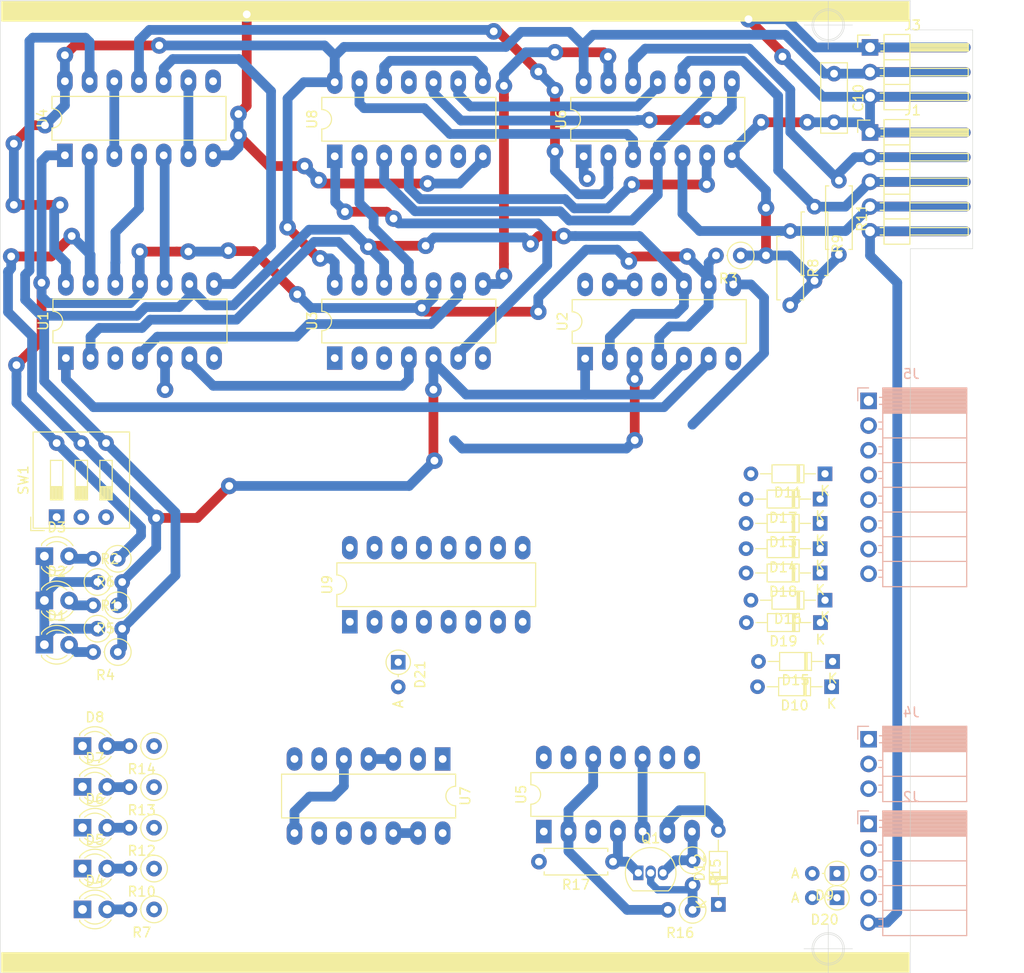
<source format=kicad_pcb>
(kicad_pcb (version 20171130) (host pcbnew 5.1.5+dfsg1-2build2)
  (layers (0 F.Cu signal) (31 B.Cu signal) (34 B.Paste user) (35 F.Paste user) (36 B.SilkS user) (37 F.SilkS user) (38 B.Mask user) (39 F.Mask user) (44 Edge.Cuts user))
  (net 0 "")
  (net 1 GNDD)
  (net 2 +5VD)
  (net 3 "Net-(D1-Pad2)")
  (net 4 "Net-(D2-Pad2)")
  (net 5 "Net-(D3-Pad2)")
  (net 6 "Net-(D4-Pad2)")
  (net 7 "Net-(D5-Pad2)")
  (net 8 "Net-(D6-Pad2)")
  (net 9 "Net-(D7-Pad2)")
  (net 10 "Net-(D8-Pad2)")
  (net 11 "Net-(D9-Pad2)")
  (net 12 "Net-(D10-Pad2)")
  (net 13 "Net-(D10-Pad1)")
  (net 14 "Net-(D11-Pad2)")
  (net 15 "Net-(D11-Pad1)")
  (net 16 "Net-(D12-Pad2)")
  (net 17 "Net-(D13-Pad2)")
  (net 18 "Net-(D13-Pad1)")
  (net 19 "Net-(D14-Pad2)")
  (net 20 "Net-(D14-Pad1)")
  (net 21 "Net-(D15-Pad2)")
  (net 22 "Net-(D15-Pad1)")
  (net 23 "Net-(D16-Pad2)")
  (net 24 "Net-(D16-Pad1)")
  (net 25 "Net-(D17-Pad2)")
  (net 26 "Net-(D17-Pad1)")
  (net 27 "Net-(D18-Pad2)")
  (net 28 "Net-(D18-Pad1)")
  (net 29 "Net-(D19-Pad2)")
  (net 30 LBLBO)
  (net 31 "Net-(D20-Pad2)")
  (net 32 FBO)
  (net 33 "Net-(D21-Pad2)")
  (net 34 !LBO)
  (net 35 EI)
  (net 36 MRI)
  (net 37 LBLBI)
  (net 38 CLK)
  (net 39 "Net-(Q1-Pad1)")
  (net 40 "Net-(Q1-Pad2)")
  (net 41 LB_SW)
  (net 42 NB_SW)
  (net 43 FB_SW)
  (net 44 FBMon)
  (net 45 NBMon)
  (net 46 LBMon)
  (net 47 ELMon)
  (net 48 MRLMon)
  (net 49 "Net-(U1-Pad6)")
  (net 50 "Net-(U1-Pad12)")
  (net 51 "Net-(U1-Pad4)")
  (net 52 "Net-(U1-Pad10)")
  (net 53 "Net-(U1-Pad2)")
  (net 54 "Net-(U1-Pad8)")
  (net 55 "Net-(U5-Pad3)")
  (net 56 "Net-(U6-Pad3)")
  (net 57 "Net-(U7-Pad11)")
  (net 58 "Net-(U7-Pad3)")
  (net 59 "Net-(U8-Pad11)")
  (net 60 "Net-(U9-Pad12)")
  (net 61 "Net-(D19-Pad1)")
  (net 62 "Net-(D21-Pad1)")
  (net 63 "Net-(U5-Pad10)")
  (net 64 "Net-(U6-Pad6)")
  (net 65 "Net-(U6-Pad11)")
  (net 66 "Net-(U6-Pad8)")
  (net 67 "Net-(U8-Pad6)")
  (net 68 "Net-(U5-Pad1)")
  (net 69 "Net-(U6-Pad4)")
  (net 70 "Net-(U8-Pad12)")
  (net 71 "Net-(U1-Pad3)")
  (net 72 "Net-(U1-Pad5)")
  (net 73 "Net-(U4-Pad6)")
  (net 74 "Net-(U4-Pad12)")
  (net 75 "Net-(U1-Pad1)")
  (net 76 "Net-(U3-Pad3)")
  (net 77 "Net-(U2-Pad11)")
  (module Package_DIP:DIP-14_W7.62mm_LongPads (layer F.Cu) (at 149.9 62.4 90)
    (fp_text reference U4 (at 3.81 -2.33 90) (layer F.SilkS))
    (fp_text value 74LS08)
    (pad 14 thru_hole oval (at 7.62 0 90) (size 2.4 1.6) (drill 0.8) (layers *.Cu *.Mask) (net 2 +5VD))
    (pad 7 thru_hole oval (at 0 15.24 90) (size 2.4 1.6) (drill 0.8) (layers *.Cu *.Mask) (net 1 GNDD))
    (pad 13 thru_hole oval (at 7.62 2.54 90) (size 2.4 1.6) (drill 0.8) (layers *.Cu *.Mask) (net 41 LB_SW))
    (pad 6 thru_hole oval (at 0 12.7 90) (size 2.4 1.6) (drill 0.8) (layers *.Cu *.Mask) (net 73 "Net-(U4-Pad6)"))
    (pad 12 thru_hole oval (at 7.62 5.08 90) (size 2.4 1.6) (drill 0.8) (layers *.Cu *.Mask) (net 74 "Net-(U4-Pad12)"))
    (pad 5 thru_hole oval (at 0 10.16 90) (size 2.4 1.6) (drill 0.8) (layers *.Cu *.Mask) (net 52 "Net-(U1-Pad10)"))
    (pad 11 thru_hole oval (at 7.62 7.62 90) (size 2.4 1.6) (drill 0.8) (layers *.Cu *.Mask) (net 48 MRLMon))
    (pad 4 thru_hole oval (at 0 7.62 90) (size 2.4 1.6) (drill 0.8) (layers *.Cu *.Mask) (net 50 "Net-(U1-Pad12)"))
    (pad 10 thru_hole oval (at 7.62 10.16 90) (size 2.4 1.6) (drill 0.8) (layers *.Cu *.Mask) (net 54 "Net-(U1-Pad8)"))
    (pad 3 thru_hole oval (at 0 5.08 90) (size 2.4 1.6) (drill 0.8) (layers *.Cu *.Mask) (net 74 "Net-(U4-Pad12)"))
    (pad 9 thru_hole oval (at 7.62 12.7 90) (size 2.4 1.6) (drill 0.8) (layers *.Cu *.Mask) (net 73 "Net-(U4-Pad6)"))
    (pad 2 thru_hole oval (at 0 2.54 90) (size 2.4 1.6) (drill 0.8) (layers *.Cu *.Mask) (net 42 NB_SW))
    (pad 8 thru_hole oval (at 7.62 15.24 90) (size 2.4 1.6) (drill 0.8) (layers *.Cu *.Mask) (net 47 ELMon))
    (pad 1 thru_hole rect (at 0 0 90) (size 2.4 1.6) (drill 0.8) (layers *.Cu *.Mask) (net 43 FB_SW))
  )
  (module Package_DIP:DIP-14_W7.62mm_LongPads (layer F.Cu) (at 150 83.25 90)
    (fp_text reference U1 (at 3.81 -2.33 90) (layer F.SilkS))
    (fp_text value 74LS04)
    (pad 14 thru_hole oval (at 7.62 0 90) (size 2.4 1.6) (drill 0.8) (layers *.Cu *.Mask) (net 2 +5VD))
    (pad 7 thru_hole oval (at 0 15.24 90) (size 2.4 1.6) (drill 0.8) (layers *.Cu *.Mask) (net 1 GNDD))
    (pad 13 thru_hole oval (at 7.62 2.54 90) (size 2.4 1.6) (drill 0.8) (layers *.Cu *.Mask) (net 42 NB_SW))
    (pad 6 thru_hole oval (at 0 12.7 90) (size 2.4 1.6) (drill 0.8) (layers *.Cu *.Mask) (net 49 "Net-(U1-Pad6)"))
    (pad 12 thru_hole oval (at 7.62 5.08 90) (size 2.4 1.6) (drill 0.8) (layers *.Cu *.Mask) (net 50 "Net-(U1-Pad12)"))
    (pad 5 thru_hole oval (at 0 10.16 90) (size 2.4 1.6) (drill 0.8) (layers *.Cu *.Mask) (net 72 "Net-(U1-Pad5)"))
    (pad 11 thru_hole oval (at 7.62 7.62 90) (size 2.4 1.6) (drill 0.8) (layers *.Cu *.Mask) (net 43 FB_SW))
    (pad 4 thru_hole oval (at 0 7.62 90) (size 2.4 1.6) (drill 0.8) (layers *.Cu *.Mask) (net 51 "Net-(U1-Pad4)"))
    (pad 10 thru_hole oval (at 7.62 10.16 90) (size 2.4 1.6) (drill 0.8) (layers *.Cu *.Mask) (net 52 "Net-(U1-Pad10)"))
    (pad 3 thru_hole oval (at 0 5.08 90) (size 2.4 1.6) (drill 0.8) (layers *.Cu *.Mask) (net 71 "Net-(U1-Pad3)"))
    (pad 9 thru_hole oval (at 7.62 12.7 90) (size 2.4 1.6) (drill 0.8) (layers *.Cu *.Mask) (net 41 LB_SW))
    (pad 2 thru_hole oval (at 0 2.54 90) (size 2.4 1.6) (drill 0.8) (layers *.Cu *.Mask) (net 53 "Net-(U1-Pad2)"))
    (pad 8 thru_hole oval (at 7.62 15.24 90) (size 2.4 1.6) (drill 0.8) (layers *.Cu *.Mask) (net 54 "Net-(U1-Pad8)"))
    (pad 1 thru_hole rect (at 0 0 90) (size 2.4 1.6) (drill 0.8) (layers *.Cu *.Mask) (net 75 "Net-(U1-Pad1)"))
  )
  (module Package_DIP:DIP-14_W7.62mm_LongPads (layer F.Cu) (at 203.25 62.5 90)
    (fp_text reference U6 (at 3.81 -2.33 90) (layer F.SilkS))
    (fp_text value 74LS08)
    (pad 1 thru_hole rect (at 0 0 90) (size 2.4 1.6) (drill 0.8) (layers *.Cu *.Mask) (net 13 "Net-(D10-Pad1)"))
    (pad 8 thru_hole oval (at 7.62 15.24 90) (size 2.4 1.6) (drill 0.8) (layers *.Cu *.Mask) (net 66 "Net-(U6-Pad8)"))
    (pad 2 thru_hole oval (at 0 2.54 90) (size 2.4 1.6) (drill 0.8) (layers *.Cu *.Mask) (net 48 MRLMon))
    (pad 9 thru_hole oval (at 7.62 12.7 90) (size 2.4 1.6) (drill 0.8) (layers *.Cu *.Mask) (net 69 "Net-(U6-Pad4)"))
    (pad 3 thru_hole oval (at 0 5.08 90) (size 2.4 1.6) (drill 0.8) (layers *.Cu *.Mask) (net 56 "Net-(U6-Pad3)"))
    (pad 10 thru_hole oval (at 7.62 10.16 90) (size 2.4 1.6) (drill 0.8) (layers *.Cu *.Mask) (net 36 MRI))
    (pad 4 thru_hole oval (at 0 7.62 90) (size 2.4 1.6) (drill 0.8) (layers *.Cu *.Mask) (net 69 "Net-(U6-Pad4)"))
    (pad 11 thru_hole oval (at 7.62 7.62 90) (size 2.4 1.6) (drill 0.8) (layers *.Cu *.Mask) (net 65 "Net-(U6-Pad11)"))
    (pad 5 thru_hole oval (at 0 10.16 90) (size 2.4 1.6) (drill 0.8) (layers *.Cu *.Mask) (net 35 EI))
    (pad 12 thru_hole oval (at 7.62 5.08 90) (size 2.4 1.6) (drill 0.8) (layers *.Cu *.Mask) (net 37 LBLBI))
    (pad 6 thru_hole oval (at 0 12.7 90) (size 2.4 1.6) (drill 0.8) (layers *.Cu *.Mask) (net 64 "Net-(U6-Pad6)"))
    (pad 13 thru_hole oval (at 7.62 2.54 90) (size 2.4 1.6) (drill 0.8) (layers *.Cu *.Mask) (net 44 FBMon))
    (pad 7 thru_hole oval (at 0 15.24 90) (size 2.4 1.6) (drill 0.8) (layers *.Cu *.Mask) (net 1 GNDD))
    (pad 14 thru_hole oval (at 7.62 0 90) (size 2.4 1.6) (drill 0.8) (layers *.Cu *.Mask) (net 2 +5VD))
  )
  (module Capacitor_THT:C_Rect_L7.0mm_W2.5mm_P5.00mm (layer F.Cu) (at 229 54 270)
    (fp_text reference C10 (at 2.5 -2.5 90) (layer F.SilkS))
    (fp_text value "100nF 63V")
    (pad 2 thru_hole circle (at 5 0 270) (size 1.6 1.6) (drill 0.8) (layers *.Cu *.Mask) (net 1 GNDD))
    (pad 1 thru_hole circle (at 0 0 270) (size 1.6 1.6) (drill 0.8) (layers *.Cu *.Mask) (net 2 +5VD))
  )
  (module Resistor_THT:R_Axial_DIN0207_L6.3mm_D2.5mm_P7.62mm_Horizontal (layer F.Cu) (at 229.5 65 270)
    (fp_text reference R11 (at 3.81 -2.37 90) (layer F.SilkS))
    (fp_text value 300K)
    (pad 2 thru_hole oval (at 7.62 0 270) (size 1.6 1.6) (drill 0.8) (layers *.Cu *.Mask) (net 1 GNDD))
    (pad 1 thru_hole circle (at 0 0 270) (size 1.6 1.6) (drill 0.8) (layers *.Cu *.Mask) (net 37 LBLBI))
  )
  (module Resistor_THT:R_Axial_DIN0207_L6.3mm_D2.5mm_P7.62mm_Horizontal (layer F.Cu) (at 226.99 67.68 270)
    (fp_text reference R9 (at 3.81 -2.37 90) (layer F.SilkS))
    (fp_text value 300K)
    (pad 2 thru_hole oval (at 7.62 0 270) (size 1.6 1.6) (drill 0.8) (layers *.Cu *.Mask) (net 1 GNDD))
    (pad 1 thru_hole circle (at 0 0 270) (size 1.6 1.6) (drill 0.8) (layers *.Cu *.Mask) (net 36 MRI))
  )
  (module Resistor_THT:R_Axial_DIN0207_L6.3mm_D2.5mm_P7.62mm_Horizontal (layer F.Cu) (at 224.49 70.18 270)
    (fp_text reference R8 (at 3.81 -2.37 90) (layer F.SilkS))
    (fp_text value 300K)
    (pad 2 thru_hole oval (at 7.62 0 270) (size 1.6 1.6) (drill 0.8) (layers *.Cu *.Mask) (net 1 GNDD))
    (pad 1 thru_hole circle (at 0 0 270) (size 1.6 1.6) (drill 0.8) (layers *.Cu *.Mask) (net 35 EI))
  )
  (module Package_DIP:DIP-14_W7.62mm_LongPads (layer F.Cu) (at 177.65 62.5 90)
    (fp_text reference U8 (at 3.81 -2.33 90) (layer F.SilkS))
    (fp_text value 74LS32)
    (pad 14 thru_hole oval (at 7.62 0 90) (size 2.4 1.6) (drill 0.8) (layers *.Cu *.Mask) (net 2 +5VD))
    (pad 7 thru_hole oval (at 0 15.24 90) (size 2.4 1.6) (drill 0.8) (layers *.Cu *.Mask) (net 1 GNDD))
    (pad 13 thru_hole oval (at 7.62 2.54 90) (size 2.4 1.6) (drill 0.8) (layers *.Cu *.Mask) (net 56 "Net-(U6-Pad3)"))
    (pad 6 thru_hole oval (at 0 12.7 90) (size 2.4 1.6) (drill 0.8) (layers *.Cu *.Mask) (net 67 "Net-(U8-Pad6)"))
    (pad 12 thru_hole oval (at 7.62 5.08 90) (size 2.4 1.6) (drill 0.8) (layers *.Cu *.Mask) (net 70 "Net-(U8-Pad12)"))
    (pad 5 thru_hole oval (at 0 10.16 90) (size 2.4 1.6) (drill 0.8) (layers *.Cu *.Mask) (net 55 "Net-(U5-Pad3)"))
    (pad 11 thru_hole oval (at 7.62 7.62 90) (size 2.4 1.6) (drill 0.8) (layers *.Cu *.Mask) (net 59 "Net-(U8-Pad11)"))
    (pad 4 thru_hole oval (at 0 7.62 90) (size 2.4 1.6) (drill 0.8) (layers *.Cu *.Mask) (net 64 "Net-(U6-Pad6)"))
    (pad 10 thru_hole oval (at 7.62 10.16 90) (size 2.4 1.6) (drill 0.8) (layers *.Cu *.Mask) (net 66 "Net-(U6-Pad8)"))
    (pad 3 thru_hole oval (at 0 5.08 90) (size 2.4 1.6) (drill 0.8) (layers *.Cu *.Mask) (net 69 "Net-(U6-Pad4)"))
    (pad 9 thru_hole oval (at 7.62 12.7 90) (size 2.4 1.6) (drill 0.8) (layers *.Cu *.Mask) (net 65 "Net-(U6-Pad11)"))
    (pad 2 thru_hole oval (at 0 2.54 90) (size 2.4 1.6) (drill 0.8) (layers *.Cu *.Mask) (net 46 LBMon))
    (pad 8 thru_hole oval (at 7.62 15.24 90) (size 2.4 1.6) (drill 0.8) (layers *.Cu *.Mask) (net 70 "Net-(U8-Pad12)"))
    (pad 1 thru_hole rect (at 0 0 90) (size 2.4 1.6) (drill 0.8) (layers *.Cu *.Mask) (net 45 NBMon))
  )
  (module Connector_PinSocket_2.54mm:PinSocket_1x08_P2.54mm_Horizontal (layer B.Cu) (at 232.55 87.65 180)
    (fp_text reference J5 (at -4.38 2.77) (layer B.SilkS) (effects (justify mirror)))
    (fp_text value BIT_OUT)
    (pad 1 thru_hole rect (at 0 0 180) (size 1.7 1.7) (drill 1) (layers *.Cu *.Mask) (net 61 "Net-(D19-Pad1)"))
    (pad 2 thru_hole oval (at 0 -2.54 180) (size 1.7 1.7) (drill 1) (layers *.Cu *.Mask) (net 28 "Net-(D18-Pad1)"))
    (pad 3 thru_hole oval (at 0 -5.08 180) (size 1.7 1.7) (drill 1) (layers *.Cu *.Mask) (net 26 "Net-(D17-Pad1)"))
    (pad 4 thru_hole oval (at 0 -7.62 180) (size 1.7 1.7) (drill 1) (layers *.Cu *.Mask) (net 24 "Net-(D16-Pad1)"))
    (pad 5 thru_hole oval (at 0 -10.16 180) (size 1.7 1.7) (drill 1) (layers *.Cu *.Mask) (net 22 "Net-(D15-Pad1)"))
    (pad 6 thru_hole oval (at 0 -12.7 180) (size 1.7 1.7) (drill 1) (layers *.Cu *.Mask) (net 20 "Net-(D14-Pad1)"))
    (pad 7 thru_hole oval (at 0 -15.24 180) (size 1.7 1.7) (drill 1) (layers *.Cu *.Mask) (net 18 "Net-(D13-Pad1)"))
    (pad 8 thru_hole oval (at 0 -17.78 180) (size 1.7 1.7) (drill 1) (layers *.Cu *.Mask) (net 15 "Net-(D11-Pad1)"))
  )
  (module Package_DIP:DIP-14_W7.62mm_LongPads (layer F.Cu) (at 203.4 83.3 90)
    (fp_text reference U2 (at 3.81 -2.33 90) (layer F.SilkS))
    (fp_text value 74LS32)
    (pad 14 thru_hole oval (at 7.62 0 90) (size 2.4 1.6) (drill 0.8) (layers *.Cu *.Mask) (net 2 +5VD))
    (pad 7 thru_hole oval (at 0 15.24 90) (size 2.4 1.6) (drill 0.8) (layers *.Cu *.Mask) (net 1 GNDD))
    (pad 13 thru_hole oval (at 7.62 2.54 90) (size 2.4 1.6) (drill 0.8) (layers *.Cu *.Mask) (net 1 GNDD))
    (pad 6 thru_hole oval (at 0 12.7 90) (size 2.4 1.6) (drill 0.8) (layers *.Cu *.Mask) (net 75 "Net-(U1-Pad1)"))
    (pad 12 thru_hole oval (at 7.62 5.08 90) (size 2.4 1.6) (drill 0.8) (layers *.Cu *.Mask) (net 1 GNDD))
    (pad 5 thru_hole oval (at 0 10.16 90) (size 2.4 1.6) (drill 0.8) (layers *.Cu *.Mask) (net 42 NB_SW))
    (pad 11 thru_hole oval (at 7.62 7.62 90) (size 2.4 1.6) (drill 0.8) (layers *.Cu *.Mask) (net 77 "Net-(U2-Pad11)"))
    (pad 4 thru_hole oval (at 0 7.62 90) (size 2.4 1.6) (drill 0.8) (layers *.Cu *.Mask) (net 43 FB_SW))
    (pad 10 thru_hole oval (at 7.62 10.16 90) (size 2.4 1.6) (drill 0.8) (layers *.Cu *.Mask) (net 41 LB_SW))
    (pad 3 thru_hole oval (at 0 5.08 90) (size 2.4 1.6) (drill 0.8) (layers *.Cu *.Mask) (net 71 "Net-(U1-Pad3)"))
    (pad 9 thru_hole oval (at 7.62 12.7 90) (size 2.4 1.6) (drill 0.8) (layers *.Cu *.Mask) (net 43 FB_SW))
    (pad 2 thru_hole oval (at 0 2.54 90) (size 2.4 1.6) (drill 0.8) (layers *.Cu *.Mask) (net 41 LB_SW))
    (pad 8 thru_hole oval (at 7.62 15.24 90) (size 2.4 1.6) (drill 0.8) (layers *.Cu *.Mask) (net 72 "Net-(U1-Pad5)"))
    (pad 1 thru_hole rect (at 0 0 90) (size 2.4 1.6) (drill 0.8) (layers *.Cu *.Mask) (net 42 NB_SW))
  )
  (module Diode_THT:D_DO-34_SOD68_P2.54mm_Vertical_AnodeUp (layer F.Cu) (at 184.18 114.53 270)
    (fp_text reference D21 (at 1.27 -2.25566 90) (layer F.SilkS))
    (fp_text value 1N4148)
    (fp_text user A (at 4.29 0 90) (layer F.SilkS))
    (pad 2 thru_hole oval (at 2.54 0 270) (size 1.5 1.5) (drill 0.75) (layers *.Cu *.Mask) (net 33 "Net-(D21-Pad2)"))
    (pad 1 thru_hole rect (at 0 0 270) (size 1.5 1.5) (drill 0.75) (layers *.Cu *.Mask) (net 62 "Net-(D21-Pad1)"))
  )
  (module Diode_THT:D_DO-34_SOD68_P2.54mm_Vertical_AnodeUp (layer F.Cu) (at 229.3 138.75 180)
    (fp_text reference D20 (at 1.27 -2.25566) (layer F.SilkS))
    (fp_text value 1N4148)
    (fp_text user A (at 4.29 0) (layer F.SilkS))
    (pad 1 thru_hole rect (at 0 0 180) (size 1.5 1.5) (drill 0.75) (layers *.Cu *.Mask) (net 32 FBO))
    (pad 2 thru_hole oval (at 2.54 0 180) (size 1.5 1.5) (drill 0.75) (layers *.Cu *.Mask) (net 31 "Net-(D20-Pad2)"))
  )
  (module Diode_THT:D_DO-34_SOD68_P2.54mm_Vertical_AnodeUp (layer F.Cu) (at 229.3 136.25 180)
    (fp_text reference D9 (at 1.27 -2.25566) (layer F.SilkS))
    (fp_text value 1N4148)
    (fp_text user A (at 4.29 0) (layer F.SilkS))
    (pad 1 thru_hole rect (at 0 0 180) (size 1.5 1.5) (drill 0.75) (layers *.Cu *.Mask) (net 30 LBLBO))
    (pad 2 thru_hole oval (at 2.54 0 180) (size 1.5 1.5) (drill 0.75) (layers *.Cu *.Mask) (net 11 "Net-(D9-Pad2)"))
  )
  (module Resistor_THT:R_Axial_DIN0207_L6.3mm_D2.5mm_P7.62mm_Horizontal (layer F.Cu) (at 206.27 135.04 180)
    (fp_text reference R17 (at 3.81 -2.37) (layer F.SilkS))
    (fp_text value 300K)
    (pad 2 thru_hole oval (at 7.62 0 180) (size 1.6 1.6) (drill 0.8) (layers *.Cu *.Mask) (net 2 +5VD))
    (pad 1 thru_hole circle (at 0 0 180) (size 1.6 1.6) (drill 0.8) (layers *.Cu *.Mask) (net 39 "Net-(Q1-Pad1)"))
  )
  (module Resistor_THT:R_Axial_DIN0207_L6.3mm_D2.5mm_P2.54mm_Vertical (layer F.Cu) (at 214.45 139.995 180)
    (fp_text reference R16 (at 1.27 -2.37) (layer F.SilkS))
    (fp_text value 1K)
    (pad 1 thru_hole circle (at 0 0 180) (size 1.6 1.6) (drill 0.8) (layers *.Cu *.Mask) (net 40 "Net-(Q1-Pad2)"))
    (pad 2 thru_hole oval (at 2.54 0 180) (size 1.6 1.6) (drill 0.8) (layers *.Cu *.Mask) (net 13 "Net-(D10-Pad1)"))
  )
  (module Resistor_THT:R_Axial_DIN0207_L6.3mm_D2.5mm_P2.54mm_Vertical (layer F.Cu) (at 214.45 134.895 270)
    (fp_text reference R15 (at 1.27 -2.37 90) (layer F.SilkS))
    (fp_text value 150K)
    (pad 2 thru_hole oval (at 2.54 0 270) (size 1.6 1.6) (drill 0.8) (layers *.Cu *.Mask) (net 40 "Net-(Q1-Pad2)"))
    (pad 1 thru_hole circle (at 0 0 270) (size 1.6 1.6) (drill 0.8) (layers *.Cu *.Mask) (net 1 GNDD))
  )
  (module Package_TO_SOT_THT:TO-92_Inline (layer F.Cu) (at 208.87 136.19)
    (fp_text reference Q1 (at 1.27 -3.56) (layer F.SilkS))
    (fp_text value BC549)
    (pad 1 thru_hole rect (at 0 0) (size 1.05 1.5) (drill 0.75) (layers *.Cu *.Mask) (net 39 "Net-(Q1-Pad1)"))
    (pad 3 thru_hole oval (at 2.54 0) (size 1.05 1.5) (drill 0.75) (layers *.Cu *.Mask) (net 1 GNDD))
    (pad 2 thru_hole oval (at 1.27 0) (size 1.05 1.5) (drill 0.75) (layers *.Cu *.Mask) (net 40 "Net-(Q1-Pad2)"))
  )
  (module Resistor_THT:R_Axial_DIN0207_L6.3mm_D2.5mm_P2.54mm_Vertical (layer F.Cu) (at 219.4 72.7 180)
    (fp_text reference R3 (at 1.27 -2.37) (layer F.SilkS))
    (fp_text value 300K)
    (pad 2 thru_hole oval (at 2.54 0 180) (size 1.6 1.6) (drill 0.8) (layers *.Cu *.Mask) (net 43 FB_SW))
    (pad 1 thru_hole circle (at 0 0 180) (size 1.6 1.6) (drill 0.8) (layers *.Cu *.Mask) (net 1 GNDD))
  )
  (module Resistor_THT:R_Axial_DIN0207_L6.3mm_D2.5mm_P2.54mm_Vertical (layer F.Cu) (at 153.25 106.28)
    (fp_text reference R2 (at 1.27 -2.37) (layer F.SilkS))
    (fp_text value 300K)
    (pad 2 thru_hole oval (at 2.54 0) (size 1.6 1.6) (drill 0.8) (layers *.Cu *.Mask) (net 42 NB_SW))
    (pad 1 thru_hole circle (at 0 0) (size 1.6 1.6) (drill 0.8) (layers *.Cu *.Mask) (net 1 GNDD))
  )
  (module Resistor_THT:R_Axial_DIN0207_L6.3mm_D2.5mm_P2.54mm_Vertical (layer F.Cu) (at 153.25 111.08)
    (fp_text reference R1 (at 1.27 -2.37) (layer F.SilkS))
    (fp_text value 300K)
    (pad 1 thru_hole circle (at 0 0) (size 1.6 1.6) (drill 0.8) (layers *.Cu *.Mask) (net 1 GNDD))
    (pad 2 thru_hole oval (at 2.54 0) (size 1.6 1.6) (drill 0.8) (layers *.Cu *.Mask) (net 41 LB_SW))
  )
  (module Resistor_THT:R_Axial_DIN0207_L6.3mm_D2.5mm_P2.54mm_Vertical (layer F.Cu) (at 159.07 123.15 180)
    (fp_text reference R14 (at 1.27 -2.37) (layer F.SilkS))
    (fp_text value 150K)
    (pad 2 thru_hole oval (at 2.54 0 180) (size 1.6 1.6) (drill 0.8) (layers *.Cu *.Mask) (net 10 "Net-(D8-Pad2)"))
    (pad 1 thru_hole circle (at 0 0 180) (size 1.6 1.6) (drill 0.8) (layers *.Cu *.Mask) (net 48 MRLMon))
  )
  (module Resistor_THT:R_Axial_DIN0207_L6.3mm_D2.5mm_P2.54mm_Vertical (layer F.Cu) (at 159.07 127.373031 180)
    (fp_text reference R13 (at 1.27 -2.37) (layer F.SilkS))
    (fp_text value 150K)
    (pad 2 thru_hole oval (at 2.54 0 180) (size 1.6 1.6) (drill 0.8) (layers *.Cu *.Mask) (net 9 "Net-(D7-Pad2)"))
    (pad 1 thru_hole circle (at 0 0 180) (size 1.6 1.6) (drill 0.8) (layers *.Cu *.Mask) (net 47 ELMon))
  )
  (module Resistor_THT:R_Axial_DIN0207_L6.3mm_D2.5mm_P2.54mm_Vertical (layer F.Cu) (at 159.07 131.55 180)
    (fp_text reference R12 (at 1.27 -2.37) (layer F.SilkS))
    (fp_text value 150K)
    (pad 2 thru_hole oval (at 2.54 0 180) (size 1.6 1.6) (drill 0.8) (layers *.Cu *.Mask) (net 8 "Net-(D6-Pad2)"))
    (pad 1 thru_hole circle (at 0 0 180) (size 1.6 1.6) (drill 0.8) (layers *.Cu *.Mask) (net 46 LBMon))
  )
  (module Resistor_THT:R_Axial_DIN0207_L6.3mm_D2.5mm_P2.54mm_Vertical (layer F.Cu) (at 159.07 135.75 180)
    (fp_text reference R10 (at 1.27 -2.37) (layer F.SilkS))
    (fp_text value 150K)
    (pad 2 thru_hole oval (at 2.54 0 180) (size 1.6 1.6) (drill 0.8) (layers *.Cu *.Mask) (net 7 "Net-(D5-Pad2)"))
    (pad 1 thru_hole circle (at 0 0 180) (size 1.6 1.6) (drill 0.8) (layers *.Cu *.Mask) (net 45 NBMon))
  )
  (module Resistor_THT:R_Axial_DIN0207_L6.3mm_D2.5mm_P2.54mm_Vertical (layer F.Cu) (at 159.07 139.95 180)
    (fp_text reference R7 (at 1.27 -2.37) (layer F.SilkS))
    (fp_text value 150K)
    (pad 2 thru_hole oval (at 2.54 0 180) (size 1.6 1.6) (drill 0.8) (layers *.Cu *.Mask) (net 6 "Net-(D4-Pad2)"))
    (pad 1 thru_hole circle (at 0 0 180) (size 1.6 1.6) (drill 0.8) (layers *.Cu *.Mask) (net 44 FBMon))
  )
  (module Resistor_THT:R_Axial_DIN0207_L6.3mm_D2.5mm_P2.54mm_Vertical (layer F.Cu) (at 155.34 103.89 180)
    (fp_text reference R6 (at 1.27 -2.37) (layer F.SilkS))
    (fp_text value 150K)
    (pad 2 thru_hole oval (at 2.54 0 180) (size 1.6 1.6) (drill 0.8) (layers *.Cu *.Mask) (net 5 "Net-(D3-Pad2)"))
    (pad 1 thru_hole circle (at 0 0 180) (size 1.6 1.6) (drill 0.8) (layers *.Cu *.Mask) (net 43 FB_SW))
  )
  (module Resistor_THT:R_Axial_DIN0207_L6.3mm_D2.5mm_P2.54mm_Vertical (layer F.Cu) (at 155.34 108.68 180)
    (fp_text reference R5 (at 1.27 -2.37) (layer F.SilkS))
    (fp_text value 150K)
    (pad 2 thru_hole oval (at 2.54 0 180) (size 1.6 1.6) (drill 0.8) (layers *.Cu *.Mask) (net 4 "Net-(D2-Pad2)"))
    (pad 1 thru_hole circle (at 0 0 180) (size 1.6 1.6) (drill 0.8) (layers *.Cu *.Mask) (net 42 NB_SW))
  )
  (module Resistor_THT:R_Axial_DIN0207_L6.3mm_D2.5mm_P2.54mm_Vertical (layer F.Cu) (at 155.34 113.48 180)
    (fp_text reference R4 (at 1.27 -2.37) (layer F.SilkS))
    (fp_text value 150K)
    (pad 2 thru_hole oval (at 2.54 0 180) (size 1.6 1.6) (drill 0.8) (layers *.Cu *.Mask) (net 3 "Net-(D1-Pad2)"))
    (pad 1 thru_hole circle (at 0 0 180) (size 1.6 1.6) (drill 0.8) (layers *.Cu *.Mask) (net 41 LB_SW))
  )
  (module Connector_PinSocket_2.54mm:PinSocket_1x03_P2.54mm_Horizontal (layer B.Cu) (at 232.55 122.45 180)
    (fp_text reference J4 (at -4.38 2.77) (layer B.SilkS) (effects (justify mirror)))
    (fp_text value POWER_OUT)
    (pad 3 thru_hole oval (at 0 -5.08 180) (size 1.7 1.7) (drill 1) (layers *.Cu *.Mask) (net 1 GNDD))
    (pad 2 thru_hole oval (at 0 -2.54 180) (size 1.7 1.7) (drill 1) (layers *.Cu *.Mask) (net 2 +5VD))
    (pad 1 thru_hole rect (at 0 0 180) (size 1.7 1.7) (drill 1) (layers *.Cu *.Mask) (net 1 GNDD))
  )
  (module Connector_PinSocket_2.54mm:PinSocket_1x05_P2.54mm_Horizontal (layer B.Cu) (at 232.55 131.15 180)
    (fp_text reference J2 (at -4.38 2.77) (layer B.SilkS) (effects (justify mirror)))
    (fp_text value COM_OUT)
    (pad 5 thru_hole oval (at 0 -10.16 180) (size 1.7 1.7) (drill 1) (layers *.Cu *.Mask) (net 38 CLK))
    (pad 4 thru_hole oval (at 0 -7.62 180) (size 1.7 1.7) (drill 1) (layers *.Cu *.Mask) (net 34 !LBO))
    (pad 3 thru_hole oval (at 0 -5.08 180) (size 1.7 1.7) (drill 1) (layers *.Cu *.Mask) (net 32 FBO))
    (pad 2 thru_hole oval (at 0 -2.54 180) (size 1.7 1.7) (drill 1) (layers *.Cu *.Mask) (net 30 LBLBO))
    (pad 1 thru_hole rect (at 0 0 180) (size 1.7 1.7) (drill 1) (layers *.Cu *.Mask) (net 1 GNDD))
  )
  (module Connector_PinHeader_2.54mm:PinHeader_1x05_P2.54mm_Horizontal (layer F.Cu) (at 232.7 60.05)
    (fp_text reference J1 (at 4.385 -2.27) (layer F.SilkS))
    (fp_text value COM_IN)
    (pad 1 thru_hole rect (at 0 0) (size 1.7 1.7) (drill 1) (layers *.Cu *.Mask) (net 1 GNDD))
    (pad 2 thru_hole oval (at 0 2.54) (size 1.7 1.7) (drill 1) (layers *.Cu *.Mask) (net 37 LBLBI))
    (pad 3 thru_hole oval (at 0 5.08) (size 1.7 1.7) (drill 1) (layers *.Cu *.Mask) (net 36 MRI))
    (pad 4 thru_hole oval (at 0 7.62) (size 1.7 1.7) (drill 1) (layers *.Cu *.Mask) (net 35 EI))
    (pad 5 thru_hole oval (at 0 10.16) (size 1.7 1.7) (drill 1) (layers *.Cu *.Mask) (net 38 CLK))
  )
  (module Connector_PinHeader_2.54mm:PinHeader_1x03_P2.54mm_Horizontal (layer F.Cu) (at 232.7 51.3)
    (fp_text reference J3 (at 4.385 -2.27) (layer F.SilkS))
    (fp_text value POWER_IN)
    (pad 1 thru_hole rect (at 0 0) (size 1.7 1.7) (drill 1) (layers *.Cu *.Mask) (net 1 GNDD))
    (pad 2 thru_hole oval (at 0 2.54) (size 1.7 1.7) (drill 1) (layers *.Cu *.Mask) (net 2 +5VD))
    (pad 3 thru_hole oval (at 0 5.08) (size 1.7 1.7) (drill 1) (layers *.Cu *.Mask) (net 1 GNDD))
  )
  (module LED_THT:LED_D3.0mm (layer F.Cu) (at 147.79 103.62)
    (fp_text reference D3 (at 1.27 -2.96) (layer F.SilkS))
    (fp_text value FB)
    (pad 1 thru_hole rect (at 0 0) (size 1.8 1.8) (drill 0.9) (layers *.Cu *.Mask) (net 1 GNDD))
    (pad 2 thru_hole circle (at 2.54 0) (size 1.8 1.8) (drill 0.9) (layers *.Cu *.Mask) (net 5 "Net-(D3-Pad2)"))
  )
  (module Diode_THT:D_DO-34_SOD68_P7.62mm_Horizontal (layer F.Cu) (at 227.6 110.45 180)
    (fp_text reference D19 (at 3.81 -1.92) (layer F.SilkS))
    (fp_text value 1N4148)
    (fp_text user K (at 0 -1.75) (layer F.SilkS))
    (pad 2 thru_hole oval (at 7.62 0 180) (size 1.5 1.5) (drill 0.75) (layers *.Cu *.Mask) (net 29 "Net-(D19-Pad2)"))
    (pad 1 thru_hole rect (at 0 0 180) (size 1.5 1.5) (drill 0.75) (layers *.Cu *.Mask) (net 61 "Net-(D19-Pad1)"))
  )
  (module Diode_THT:D_DO-34_SOD68_P7.62mm_Horizontal (layer F.Cu) (at 227.57 105.35 180)
    (fp_text reference D18 (at 3.81 -1.92) (layer F.SilkS))
    (fp_text value 1N4148)
    (fp_text user K (at 0 -1.75) (layer F.SilkS))
    (pad 2 thru_hole oval (at 7.62 0 180) (size 1.5 1.5) (drill 0.75) (layers *.Cu *.Mask) (net 27 "Net-(D18-Pad2)"))
    (pad 1 thru_hole rect (at 0 0 180) (size 1.5 1.5) (drill 0.75) (layers *.Cu *.Mask) (net 28 "Net-(D18-Pad1)"))
  )
  (module Diode_THT:D_DO-34_SOD68_P7.62mm_Horizontal (layer F.Cu) (at 227.57 97.75 180)
    (fp_text reference D17 (at 3.81 -1.92) (layer F.SilkS))
    (fp_text value 1N4148)
    (fp_text user K (at 0 -1.75) (layer F.SilkS))
    (pad 2 thru_hole oval (at 7.62 0 180) (size 1.5 1.5) (drill 0.75) (layers *.Cu *.Mask) (net 25 "Net-(D17-Pad2)"))
    (pad 1 thru_hole rect (at 0 0 180) (size 1.5 1.5) (drill 0.75) (layers *.Cu *.Mask) (net 26 "Net-(D17-Pad1)"))
  )
  (module Diode_THT:D_DO-34_SOD68_P7.62mm_Horizontal (layer F.Cu) (at 228.07 108.15 180)
    (fp_text reference D16 (at 3.81 -1.92) (layer F.SilkS))
    (fp_text value 1N4148)
    (fp_text user K (at 0 -1.75) (layer F.SilkS))
    (pad 2 thru_hole oval (at 7.62 0 180) (size 1.5 1.5) (drill 0.75) (layers *.Cu *.Mask) (net 23 "Net-(D16-Pad2)"))
    (pad 1 thru_hole rect (at 0 0 180) (size 1.5 1.5) (drill 0.75) (layers *.Cu *.Mask) (net 24 "Net-(D16-Pad1)"))
  )
  (module Diode_THT:D_DO-34_SOD68_P7.62mm_Horizontal (layer F.Cu) (at 228.85 114.45 180)
    (fp_text reference D15 (at 3.81 -1.92) (layer F.SilkS))
    (fp_text value 1N4148)
    (fp_text user K (at 0 -1.75) (layer F.SilkS))
    (pad 2 thru_hole oval (at 7.62 0 180) (size 1.5 1.5) (drill 0.75) (layers *.Cu *.Mask) (net 21 "Net-(D15-Pad2)"))
    (pad 1 thru_hole rect (at 0 0 180) (size 1.5 1.5) (drill 0.75) (layers *.Cu *.Mask) (net 22 "Net-(D15-Pad1)"))
  )
  (module Diode_THT:D_DO-34_SOD68_P7.62mm_Horizontal (layer F.Cu) (at 227.57 102.85 180)
    (fp_text reference D14 (at 3.81 -1.92) (layer F.SilkS))
    (fp_text value 1N4148)
    (fp_text user K (at 0 -1.75) (layer F.SilkS))
    (pad 2 thru_hole oval (at 7.62 0 180) (size 1.5 1.5) (drill 0.75) (layers *.Cu *.Mask) (net 19 "Net-(D14-Pad2)"))
    (pad 1 thru_hole rect (at 0 0 180) (size 1.5 1.5) (drill 0.75) (layers *.Cu *.Mask) (net 20 "Net-(D14-Pad1)"))
  )
  (module Diode_THT:D_DO-34_SOD68_P7.62mm_Horizontal (layer F.Cu) (at 227.57 100.25 180)
    (fp_text reference D13 (at 3.81 -1.92) (layer F.SilkS))
    (fp_text value 1N4148)
    (fp_text user K (at 0 -1.75) (layer F.SilkS))
    (pad 2 thru_hole oval (at 7.62 0 180) (size 1.5 1.5) (drill 0.75) (layers *.Cu *.Mask) (net 17 "Net-(D13-Pad2)"))
    (pad 1 thru_hole rect (at 0 0 180) (size 1.5 1.5) (drill 0.75) (layers *.Cu *.Mask) (net 18 "Net-(D13-Pad1)"))
  )
  (module Diode_THT:D_DO-34_SOD68_P7.62mm_Horizontal (layer F.Cu) (at 228.07 95.15 180)
    (fp_text reference D11 (at 3.81 -1.92) (layer F.SilkS))
    (fp_text value 1N4148)
    (fp_text user K (at 0 -1.75) (layer F.SilkS))
    (pad 2 thru_hole oval (at 7.62 0 180) (size 1.5 1.5) (drill 0.75) (layers *.Cu *.Mask) (net 14 "Net-(D11-Pad2)"))
    (pad 1 thru_hole rect (at 0 0 180) (size 1.5 1.5) (drill 0.75) (layers *.Cu *.Mask) (net 15 "Net-(D11-Pad1)"))
  )
  (module Diode_THT:D_DO-34_SOD68_P7.62mm_Horizontal (layer F.Cu) (at 228.75 117.05 180)
    (fp_text reference D10 (at 3.81 -1.92) (layer F.SilkS))
    (fp_text value 1N4148)
    (fp_text user K (at 0 -1.75) (layer F.SilkS))
    (pad 2 thru_hole oval (at 7.62 0 180) (size 1.5 1.5) (drill 0.75) (layers *.Cu *.Mask) (net 12 "Net-(D10-Pad2)"))
    (pad 1 thru_hole rect (at 0 0 180) (size 1.5 1.5) (drill 0.75) (layers *.Cu *.Mask) (net 13 "Net-(D10-Pad1)"))
  )
  (module Package_DIP:DIP-14_W7.62mm_LongPads (layer F.Cu) (at 188.75 124.48 270)
    (fp_text reference U7 (at 3.81 -2.33 90) (layer F.SilkS))
    (fp_text value 74LS32)
    (pad 14 thru_hole oval (at 7.62 0 270) (size 2.4 1.6) (drill 0.8) (layers *.Cu *.Mask) (net 2 +5VD))
    (pad 7 thru_hole oval (at 0 15.24 270) (size 2.4 1.6) (drill 0.8) (layers *.Cu *.Mask) (net 1 GNDD))
    (pad 13 thru_hole oval (at 7.62 2.54 270) (size 2.4 1.6) (drill 0.8) (layers *.Cu *.Mask) (net 1 GNDD))
    (pad 6 thru_hole oval (at 0 12.7 270) (size 2.4 1.6) (drill 0.8) (layers *.Cu *.Mask) (net 68 "Net-(U5-Pad1)"))
    (pad 12 thru_hole oval (at 7.62 5.08 270) (size 2.4 1.6) (drill 0.8) (layers *.Cu *.Mask) (net 1 GNDD))
    (pad 5 thru_hole oval (at 0 10.16 270) (size 2.4 1.6) (drill 0.8) (layers *.Cu *.Mask) (net 63 "Net-(U5-Pad10)"))
    (pad 11 thru_hole oval (at 7.62 7.62 270) (size 2.4 1.6) (drill 0.8) (layers *.Cu *.Mask) (net 57 "Net-(U7-Pad11)"))
    (pad 4 thru_hole oval (at 0 7.62 270) (size 2.4 1.6) (drill 0.8) (layers *.Cu *.Mask) (net 58 "Net-(U7-Pad3)"))
    (pad 10 thru_hole oval (at 7.62 10.16 270) (size 2.4 1.6) (drill 0.8) (layers *.Cu *.Mask) (net 44 FBMon))
    (pad 3 thru_hole oval (at 0 5.08 270) (size 2.4 1.6) (drill 0.8) (layers *.Cu *.Mask) (net 58 "Net-(U7-Pad3)"))
    (pad 9 thru_hole oval (at 7.62 12.7 270) (size 2.4 1.6) (drill 0.8) (layers *.Cu *.Mask) (net 45 NBMon))
    (pad 2 thru_hole oval (at 0 2.54 270) (size 2.4 1.6) (drill 0.8) (layers *.Cu *.Mask) (net 46 LBMon))
    (pad 8 thru_hole oval (at 7.62 15.24 270) (size 2.4 1.6) (drill 0.8) (layers *.Cu *.Mask) (net 63 "Net-(U5-Pad10)"))
    (pad 1 thru_hole rect (at 0 0 270) (size 2.4 1.6) (drill 0.8) (layers *.Cu *.Mask) (net 47 ELMon))
  )
  (module Diode_THT:D_DO-34_SOD68_P7.62mm_Horizontal (layer F.Cu) (at 217.1 139.44 90)
    (fp_text reference D12 (at 3.81 -1.92 90) (layer F.SilkS))
    (fp_text value 1N4148)
    (fp_text user K (at 0 -1.75 90) (layer F.SilkS))
    (pad 2 thru_hole oval (at 7.62 0 90) (size 1.5 1.5) (drill 0.75) (layers *.Cu *.Mask) (net 16 "Net-(D12-Pad2)"))
    (pad 1 thru_hole rect (at 0 0 90) (size 1.5 1.5) (drill 0.75) (layers *.Cu *.Mask) (net 34 !LBO))
  )
  (module Package_DIP:DIP-14_W7.62mm_LongPads (layer F.Cu) (at 199.15 131.94 90)
    (fp_text reference U5 (at 3.81 -2.33 90) (layer F.SilkS))
    (fp_text value 74LS08)
    (pad 14 thru_hole oval (at 7.62 0 90) (size 2.4 1.6) (drill 0.8) (layers *.Cu *.Mask) (net 2 +5VD))
    (pad 7 thru_hole oval (at 0 15.24 90) (size 2.4 1.6) (drill 0.8) (layers *.Cu *.Mask) (net 1 GNDD))
    (pad 13 thru_hole oval (at 7.62 2.54 90) (size 2.4 1.6) (drill 0.8) (layers *.Cu *.Mask) (net 46 LBMon))
    (pad 6 thru_hole oval (at 0 12.7 90) (size 2.4 1.6) (drill 0.8) (layers *.Cu *.Mask) (net 16 "Net-(D12-Pad2)"))
    (pad 12 thru_hole oval (at 7.62 5.08 90) (size 2.4 1.6) (drill 0.8) (layers *.Cu *.Mask) (net 13 "Net-(D10-Pad1)"))
    (pad 5 thru_hole oval (at 0 10.16 90) (size 2.4 1.6) (drill 0.8) (layers *.Cu *.Mask) (net 63 "Net-(U5-Pad10)"))
    (pad 11 thru_hole oval (at 7.62 7.62 90) (size 2.4 1.6) (drill 0.8) (layers *.Cu *.Mask) (net 11 "Net-(D9-Pad2)"))
    (pad 4 thru_hole oval (at 0 7.62 90) (size 2.4 1.6) (drill 0.8) (layers *.Cu *.Mask) (net 39 "Net-(Q1-Pad1)"))
    (pad 10 thru_hole oval (at 7.62 10.16 90) (size 2.4 1.6) (drill 0.8) (layers *.Cu *.Mask) (net 63 "Net-(U5-Pad10)"))
    (pad 3 thru_hole oval (at 0 5.08 90) (size 2.4 1.6) (drill 0.8) (layers *.Cu *.Mask) (net 55 "Net-(U5-Pad3)"))
    (pad 9 thru_hole oval (at 7.62 12.7 90) (size 2.4 1.6) (drill 0.8) (layers *.Cu *.Mask) (net 62 "Net-(D21-Pad1)"))
    (pad 2 thru_hole oval (at 0 2.54 90) (size 2.4 1.6) (drill 0.8) (layers *.Cu *.Mask) (net 13 "Net-(D10-Pad1)"))
    (pad 8 thru_hole oval (at 7.62 15.24 90) (size 2.4 1.6) (drill 0.8) (layers *.Cu *.Mask) (net 31 "Net-(D20-Pad2)"))
    (pad 1 thru_hole rect (at 0 0 90) (size 2.4 1.6) (drill 0.8) (layers *.Cu *.Mask) (net 68 "Net-(U5-Pad1)"))
  )
  (module Package_DIP:DIP-16_W7.62mm_LongPads (layer F.Cu) (at 179.2 110.37 90)
    (fp_text reference U9 (at 3.81 -2.33 90) (layer F.SilkS))
    (fp_text value 4017)
    (pad 16 thru_hole oval (at 7.62 0 90) (size 2.4 1.6) (drill 0.8) (layers *.Cu *.Mask) (net 2 +5VD))
    (pad 8 thru_hole oval (at 0 17.78 90) (size 2.4 1.6) (drill 0.8) (layers *.Cu *.Mask) (net 1 GNDD))
    (pad 15 thru_hole oval (at 7.62 2.54 90) (size 2.4 1.6) (drill 0.8) (layers *.Cu *.Mask) (net 59 "Net-(U8-Pad11)"))
    (pad 7 thru_hole oval (at 0 15.24 90) (size 2.4 1.6) (drill 0.8) (layers *.Cu *.Mask) (net 25 "Net-(D17-Pad2)"))
    (pad 14 thru_hole oval (at 7.62 5.08 90) (size 2.4 1.6) (drill 0.8) (layers *.Cu *.Mask) (net 38 CLK))
    (pad 6 thru_hole oval (at 0 12.7 90) (size 2.4 1.6) (drill 0.8) (layers *.Cu *.Mask) (net 17 "Net-(D13-Pad2)"))
    (pad 13 thru_hole oval (at 7.62 7.62 90) (size 2.4 1.6) (drill 0.8) (layers *.Cu *.Mask) (net 67 "Net-(U8-Pad6)"))
    (pad 5 thru_hole oval (at 0 10.16 90) (size 2.4 1.6) (drill 0.8) (layers *.Cu *.Mask) (net 19 "Net-(D14-Pad2)"))
    (pad 12 thru_hole oval (at 7.62 10.16 90) (size 2.4 1.6) (drill 0.8) (layers *.Cu *.Mask) (net 60 "Net-(U9-Pad12)"))
    (pad 4 thru_hole oval (at 0 7.62 90) (size 2.4 1.6) (drill 0.8) (layers *.Cu *.Mask) (net 27 "Net-(D18-Pad2)"))
    (pad 11 thru_hole oval (at 7.62 12.7 90) (size 2.4 1.6) (drill 0.8) (layers *.Cu *.Mask) (net 12 "Net-(D10-Pad2)"))
    (pad 3 thru_hole oval (at 0 5.08 90) (size 2.4 1.6) (drill 0.8) (layers *.Cu *.Mask) (net 33 "Net-(D21-Pad2)"))
    (pad 10 thru_hole oval (at 7.62 15.24 90) (size 2.4 1.6) (drill 0.8) (layers *.Cu *.Mask) (net 23 "Net-(D16-Pad2)"))
    (pad 2 thru_hole oval (at 0 2.54 90) (size 2.4 1.6) (drill 0.8) (layers *.Cu *.Mask) (net 29 "Net-(D19-Pad2)"))
    (pad 9 thru_hole oval (at 7.62 17.78 90) (size 2.4 1.6) (drill 0.8) (layers *.Cu *.Mask) (net 14 "Net-(D11-Pad2)"))
    (pad 1 thru_hole rect (at 0 0 90) (size 2.4 1.6) (drill 0.8) (layers *.Cu *.Mask) (net 21 "Net-(D15-Pad2)"))
  )
  (module Package_DIP:DIP-14_W7.62mm_LongPads (layer F.Cu) (at 177.65 83.25 90)
    (fp_text reference U3 (at 3.81 -2.33 90) (layer F.SilkS))
    (fp_text value 74LS08)
    (pad 1 thru_hole rect (at 0 0 90) (size 2.4 1.6) (drill 0.8) (layers *.Cu *.Mask) (net 1 GNDD))
    (pad 8 thru_hole oval (at 7.62 15.24 90) (size 2.4 1.6) (drill 0.8) (layers *.Cu *.Mask) (net 44 FBMon))
    (pad 2 thru_hole oval (at 0 2.54 90) (size 2.4 1.6) (drill 0.8) (layers *.Cu *.Mask) (net 1 GNDD))
    (pad 9 thru_hole oval (at 7.62 12.7 90) (size 2.4 1.6) (drill 0.8) (layers *.Cu *.Mask) (net 51 "Net-(U1-Pad4)"))
    (pad 3 thru_hole oval (at 0 5.08 90) (size 2.4 1.6) (drill 0.8) (layers *.Cu *.Mask) (net 76 "Net-(U3-Pad3)"))
    (pad 10 thru_hole oval (at 7.62 10.16 90) (size 2.4 1.6) (drill 0.8) (layers *.Cu *.Mask) (net 43 FB_SW))
    (pad 4 thru_hole oval (at 0 7.62 90) (size 2.4 1.6) (drill 0.8) (layers *.Cu *.Mask) (net 49 "Net-(U1-Pad6)"))
    (pad 11 thru_hole oval (at 7.62 7.62 90) (size 2.4 1.6) (drill 0.8) (layers *.Cu *.Mask) (net 46 LBMon))
    (pad 5 thru_hole oval (at 0 10.16 90) (size 2.4 1.6) (drill 0.8) (layers *.Cu *.Mask) (net 42 NB_SW))
    (pad 12 thru_hole oval (at 7.62 5.08 90) (size 2.4 1.6) (drill 0.8) (layers *.Cu *.Mask) (net 41 LB_SW))
    (pad 6 thru_hole oval (at 0 12.7 90) (size 2.4 1.6) (drill 0.8) (layers *.Cu *.Mask) (net 45 NBMon))
    (pad 13 thru_hole oval (at 7.62 2.54 90) (size 2.4 1.6) (drill 0.8) (layers *.Cu *.Mask) (net 53 "Net-(U1-Pad2)"))
    (pad 7 thru_hole oval (at 0 15.24 90) (size 2.4 1.6) (drill 0.8) (layers *.Cu *.Mask) (net 1 GNDD))
    (pad 14 thru_hole oval (at 7.62 0 90) (size 2.4 1.6) (drill 0.8) (layers *.Cu *.Mask) (net 2 +5VD))
  )
  (module Button_Switch_THT:SW_DIP_SPSTx03_Slide_9.78x9.8mm_W7.62mm_P2.54mm (layer F.Cu) (at 149.05 99.61 90)
    (fp_text reference SW1 (at 3.81 -3.42 90) (layer F.SilkS))
    (fp_text value B-SET)
    (pad 1 thru_hole rect (at 0 0 90) (size 1.6 1.6) (drill 0.8) (layers *.Cu *.Mask) (net 2 +5VD))
    (pad 4 thru_hole oval (at 7.62 5.08 90) (size 1.6 1.6) (drill 0.8) (layers *.Cu *.Mask) (net 41 LB_SW))
    (pad 2 thru_hole oval (at 0 2.54 90) (size 1.6 1.6) (drill 0.8) (layers *.Cu *.Mask) (net 2 +5VD))
    (pad 5 thru_hole oval (at 7.62 2.54 90) (size 1.6 1.6) (drill 0.8) (layers *.Cu *.Mask) (net 42 NB_SW))
    (pad 3 thru_hole oval (at 0 5.08 90) (size 1.6 1.6) (drill 0.8) (layers *.Cu *.Mask) (net 2 +5VD))
    (pad 6 thru_hole oval (at 7.62 0 90) (size 1.6 1.6) (drill 0.8) (layers *.Cu *.Mask) (net 43 FB_SW))
  )
  (module LED_THT:LED_D3.0mm (layer F.Cu) (at 151.71 123.15)
    (fp_text reference D8 (at 1.27 -2.96) (layer F.SilkS))
    (fp_text value MRLM)
    (pad 1 thru_hole rect (at 0 0) (size 1.8 1.8) (drill 0.9) (layers *.Cu *.Mask) (net 1 GNDD))
    (pad 2 thru_hole circle (at 2.54 0) (size 1.8 1.8) (drill 0.9) (layers *.Cu *.Mask) (net 10 "Net-(D8-Pad2)"))
  )
  (module LED_THT:LED_D3.0mm (layer F.Cu) (at 151.71 127.35)
    (fp_text reference D7 (at 1.27 -2.96) (layer F.SilkS))
    (fp_text value ELM)
    (pad 1 thru_hole rect (at 0 0) (size 1.8 1.8) (drill 0.9) (layers *.Cu *.Mask) (net 1 GNDD))
    (pad 2 thru_hole circle (at 2.54 0) (size 1.8 1.8) (drill 0.9) (layers *.Cu *.Mask) (net 9 "Net-(D7-Pad2)"))
  )
  (module LED_THT:LED_D3.0mm (layer F.Cu) (at 151.71 131.55)
    (fp_text reference D6 (at 1.27 -2.96) (layer F.SilkS))
    (fp_text value LBM)
    (pad 1 thru_hole rect (at 0 0) (size 1.8 1.8) (drill 0.9) (layers *.Cu *.Mask) (net 1 GNDD))
    (pad 2 thru_hole circle (at 2.54 0) (size 1.8 1.8) (drill 0.9) (layers *.Cu *.Mask) (net 8 "Net-(D6-Pad2)"))
  )
  (module LED_THT:LED_D3.0mm (layer F.Cu) (at 151.71 135.75)
    (fp_text reference D5 (at 1.27 -2.96) (layer F.SilkS))
    (fp_text value NBM)
    (pad 1 thru_hole rect (at 0 0) (size 1.8 1.8) (drill 0.9) (layers *.Cu *.Mask) (net 1 GNDD))
    (pad 2 thru_hole circle (at 2.54 0) (size 1.8 1.8) (drill 0.9) (layers *.Cu *.Mask) (net 7 "Net-(D5-Pad2)"))
  )
  (module LED_THT:LED_D3.0mm (layer F.Cu) (at 151.71 139.95)
    (fp_text reference D4 (at 1.27 -2.96) (layer F.SilkS))
    (fp_text value FBM)
    (pad 1 thru_hole rect (at 0 0) (size 1.8 1.8) (drill 0.9) (layers *.Cu *.Mask) (net 1 GNDD))
    (pad 2 thru_hole circle (at 2.54 0) (size 1.8 1.8) (drill 0.9) (layers *.Cu *.Mask) (net 6 "Net-(D4-Pad2)"))
  )
  (module LED_THT:LED_D3.0mm (layer F.Cu) (at 147.79 108.18)
    (fp_text reference D2 (at 1.27 -2.96) (layer F.SilkS))
    (fp_text value NB)
    (pad 1 thru_hole rect (at 0 0) (size 1.8 1.8) (drill 0.9) (layers *.Cu *.Mask) (net 1 GNDD))
    (pad 2 thru_hole circle (at 2.54 0) (size 1.8 1.8) (drill 0.9) (layers *.Cu *.Mask) (net 4 "Net-(D2-Pad2)"))
  )
  (module LED_THT:LED_D3.0mm (layer F.Cu) (at 147.79 112.73)
    (fp_text reference D1 (at 1.27 -2.96) (layer F.SilkS))
    (fp_text value LB)
    (pad 1 thru_hole rect (at 0 0) (size 1.8 1.8) (drill 0.9) (layers *.Cu *.Mask) (net 1 GNDD))
    (pad 2 thru_hole circle (at 2.54 0) (size 1.8 1.8) (drill 0.9) (layers *.Cu *.Mask) (net 3 "Net-(D1-Pad2)"))
  )
  (gr_circle (center 228.4 144) (end 229.9 144) (layer Edge.Cuts) (width 0.05))
  (target plus (at 228.4 144) (size 5) (width 0.05) (layer Edge.Cuts))
  (gr_circle (center 228.4 49) (end 229.9 49) (layer Edge.Cuts) (width 0.05))
  (target plus (at 228.4 49) (size 5) (width 0.05) (layer Edge.Cuts))
  (gr_poly (pts (xy 236.7 146.4) (xy 143.4 146.4) (xy 143.4 144.4) (xy 236.7 144.4)) (layer F.SilkS) (width 0.1))
  (gr_poly (pts (xy 236.7 48.6) (xy 143.4 48.6) (xy 143.4 46.6) (xy 236.7 46.6)) (layer F.SilkS) (width 0.1))
  (gr_line (start 236.85 46.5) (end 236.85 49.5) (layer Edge.Cuts) (width 0.05))
  (gr_line (start 236.85 46.5) (end 143.25 46.5) (layer Edge.Cuts) (width 0.05))
  (gr_line (start 243.25 72) (end 243.25 49.5) (layer Edge.Cuts) (width 0.05))
  (gr_line (start 236.85 146.5) (end 143.25 146.5) (layer Edge.Cuts) (width 0.05))
  (gr_line (start 236.85 146.5) (end 236.85 72) (layer Edge.Cuts) (width 0.05))
  (gr_line (start 243.25 72) (end 236.85 72) (layer Edge.Cuts) (width 0.05))
  (gr_line (start 236.85 49.5) (end 243.25 49.5) (layer Edge.Cuts) (width 0.05))
  (gr_line (start 143.25 46.5) (end 143.25 146.5) (layer Edge.Cuts) (width 0.05))
  (segment (start 232.7 56.38) (end 232.7 60.05) (width 1) (layer B.Cu) (net 1))
  (segment (start 232.7 60.05) (end 242.55 60.05) (width 1) (layer B.Cu) (net 1))
  (segment (start 232.7 56.38) (end 242.55 56.38) (width 1) (layer B.Cu) (net 1))
  (segment (start 232.7 51.3) (end 242.55 51.3) (width 1) (layer B.Cu) (net 1))
  (segment (start 232.7 60.05) (end 242.55 60.05) (width 1) (layer F.Cu) (net 1))
  (segment (start 232.7 56.38) (end 242.55 56.38) (width 1) (layer F.Cu) (net 1))
  (segment (start 232.7 51.3) (end 242.55 51.3) (width 1) (layer F.Cu) (net 1))
  (segment (start 183.67 132.1) (end 186.21 132.1) (width 1) (layer B.Cu) (net 1))
  (segment (start 147.79 112.73) (end 147.79 108.18) (width 1) (layer B.Cu) (net 1))
  (segment (start 147.79 108.18) (end 147.79 103.62) (width 1) (layer B.Cu) (net 1))
  (segment (start 147.79 107.55) (end 147.79 108.18) (width 1) (layer B.Cu) (net 1))
  (segment (start 149.06 106.28) (end 147.79 107.55) (width 1) (layer B.Cu) (net 1))
  (segment (start 153.25 106.28) (end 149.06 106.28) (width 1) (layer B.Cu) (net 1))
  (segment (start 147.79 112.05) (end 147.79 112.73) (width 1) (layer B.Cu) (net 1))
  (segment (start 148.76 111.08) (end 147.79 112.05) (width 1) (layer B.Cu) (net 1))
  (segment (start 153.25 111.08) (end 148.76 111.08) (width 1) (layer B.Cu) (net 1))
  (segment (start 214.45 132) (end 214.39 131.94) (width 1) (layer B.Cu) (net 1))
  (segment (start 214.45 134.895) (end 214.45 132) (width 1) (layer B.Cu) (net 1))
  (segment (start 213.31863 134.895) (end 213.31363 134.89) (width 1) (layer B.Cu) (net 1))
  (segment (start 214.45 134.895) (end 213.31863 134.895) (width 1) (layer B.Cu) (net 1))
  (segment (start 211.41501 136.18499) (end 211.41501 136.19) (width 1) (layer B.Cu) (net 1))
  (segment (start 212.71 134.89) (end 211.41501 136.18499) (width 1) (layer B.Cu) (net 1))
  (segment (start 213.31363 134.89) (end 212.71 134.89) (width 1) (layer B.Cu) (net 1))
  (segment (start 231.65 59) (end 232.7 60.05) (width 1) (layer B.Cu) (net 1))
  (segment (start 229 59) (end 231.65 59) (width 1) (layer B.Cu) (net 1))
  (segment (start 229.5 72.79) (end 224.49 77.8) (width 1) (layer B.Cu) (net 1))
  (segment (start 229.5 72.62) (end 229.5 72.79) (width 1) (layer B.Cu) (net 1))
  (via (at 221.5 59) (size 1.7) (drill 0.8) (layers F.Cu B.Cu) (net 1))
  (segment (start 218.49 62.01) (end 221.5 59) (width 1) (layer B.Cu) (net 1))
  (segment (start 218.49 62.5) (end 218.49 62.01) (width 1) (layer B.Cu) (net 1))
  (via (at 226.25 59) (size 1.7) (drill 0.8) (layers F.Cu B.Cu) (net 1))
  (segment (start 221.5 59) (end 226.25 59) (width 1) (layer F.Cu) (net 1))
  (segment (start 229 59) (end 226.25 59) (width 1) (layer B.Cu) (net 1))
  (segment (start 205.94 76.08) (end 205.94 75.68) (width 1) (layer B.Cu) (net 1))
  (segment (start 205.94 75.68) (end 208.48 75.68) (width 1) (layer B.Cu) (net 1))
  (segment (start 224.39 72.7) (end 226.99 75.3) (width 1) (layer B.Cu) (net 1))
  (segment (start 219.4 72.7) (end 222 72.7) (width 1) (layer B.Cu) (net 1))
  (via (at 222 72.7) (size 1.7) (drill 0.8) (layers F.Cu B.Cu) (net 1))
  (segment (start 222 72.7) (end 224.39 72.7) (width 1) (layer B.Cu) (net 1))
  (via (at 222 67.8) (size 1.7) (drill 0.8) (layers F.Cu B.Cu) (net 1))
  (segment (start 222 72.7) (end 222 67.8) (width 1) (layer F.Cu) (net 1))
  (segment (start 222 66.01) (end 218.49 62.5) (width 1) (layer B.Cu) (net 1))
  (segment (start 222 67.8) (end 222 66.01) (width 1) (layer B.Cu) (net 1))
  (via (at 220.2 48.4) (size 1.7) (drill 0.8) (layers F.Cu B.Cu) (net 1))
  (via (at 223.7 52.25) (size 1.7) (drill 0.8) (layers F.Cu B.Cu) (net 1))
  (segment (start 232.7 56.38) (end 227.83 56.38) (width 1) (layer B.Cu) (net 1))
  (segment (start 220.2 48.4) (end 223.7 51.9) (width 1) (layer F.Cu) (net 1))
  (segment (start 223.7 51.9) (end 223.7 52.25) (width 1) (layer F.Cu) (net 1))
  (segment (start 227.83 56.38) (end 224.549999 53.099999) (width 1) (layer B.Cu) (net 1))
  (segment (start 224.549999 53.099999) (end 223.7 52.25) (width 1) (layer B.Cu) (net 1))
  (segment (start 221.402081 48.4) (end 220.2 48.4) (width 1) (layer B.Cu) (net 1))
  (segment (start 224.16778 48.4) (end 221.402081 48.4) (width 1) (layer B.Cu) (net 1))
  (segment (start 227.06778 51.3) (end 224.16778 48.4) (width 1) (layer B.Cu) (net 1))
  (segment (start 232.7 51.3) (end 227.06778 51.3) (width 1) (layer B.Cu) (net 1))
  (via (at 168.6 47.9) (size 1.7) (drill 0.8) (layers F.Cu B.Cu) (net 1))
  (segment (start 168.949999 47.550001) (end 168.6 47.9) (width 1) (layer B.Cu) (net 1))
  (segment (start 219.350001 47.550001) (end 168.949999 47.550001) (width 1) (layer B.Cu) (net 1))
  (segment (start 220.2 48.4) (end 219.350001 47.550001) (width 1) (layer B.Cu) (net 1))
  (via (at 187.2 65.3) (size 1.7) (drill 0.8) (layers F.Cu B.Cu) (net 1))
  (segment (start 190.49 65.3) (end 187.2 65.3) (width 1) (layer B.Cu) (net 1))
  (segment (start 192.89 62.9) (end 190.49 65.3) (width 1) (layer B.Cu) (net 1))
  (segment (start 192.89 62.5) (end 192.89 62.9) (width 1) (layer B.Cu) (net 1))
  (via (at 176 64.95) (size 1.7) (drill 0.8) (layers F.Cu B.Cu) (net 1))
  (segment (start 176.35 65.3) (end 176 64.95) (width 1) (layer F.Cu) (net 1))
  (segment (start 187.2 65.3) (end 176.35 65.3) (width 1) (layer F.Cu) (net 1))
  (via (at 174.550002 63.5) (size 1.7) (drill 0.8) (layers F.Cu B.Cu) (net 1))
  (segment (start 176 64.95) (end 175.150001 64.099999) (width 1) (layer B.Cu) (net 1))
  (segment (start 175.150001 64.099999) (end 174.550002 63.5) (width 1) (layer B.Cu) (net 1))
  (via (at 167.75 60.35) (size 1.7) (drill 0.8) (layers F.Cu B.Cu) (net 1))
  (segment (start 174.550002 63.5) (end 170.9 63.5) (width 1) (layer F.Cu) (net 1))
  (segment (start 167.75 61.59) (end 167.75 60.35) (width 1) (layer B.Cu) (net 1))
  (segment (start 168.599999 61.199999) (end 167.75 60.35) (width 1) (layer F.Cu) (net 1))
  (segment (start 165.14 62.4) (end 166.94 62.4) (width 1) (layer B.Cu) (net 1))
  (segment (start 166.94 62.4) (end 167.75 61.59) (width 1) (layer B.Cu) (net 1))
  (segment (start 170.9 63.5) (end 168.599999 61.199999) (width 1) (layer F.Cu) (net 1))
  (segment (start 168.6 47.9) (end 168.599999 57.300001) (width 1) (layer F.Cu) (net 1))
  (segment (start 168.599999 57.300001) (end 167.75 58.15) (width 1) (layer F.Cu) (net 1))
  (segment (start 167.75 60.35) (end 167.75 58.15) (width 1) (layer B.Cu) (net 1))
  (via (at 167.75 58.15) (size 1.7) (drill 0.8) (layers F.Cu B.Cu) (net 1))
  (segment (start 232.7 53.84) (end 242.55 53.84) (width 1) (layer B.Cu) (net 2))
  (segment (start 232.7 53.84) (end 242.55 53.84) (width 1) (layer F.Cu) (net 2))
  (segment (start 232.54 54) (end 232.7 53.84) (width 1) (layer B.Cu) (net 2))
  (segment (start 229 54) (end 232.54 54) (width 1) (layer B.Cu) (net 2))
  (segment (start 203.25 52.68) (end 203.25 54.88) (width 1) (layer B.Cu) (net 2))
  (segment (start 203.25 52) (end 203.25 52.68) (width 1) (layer B.Cu) (net 2))
  (segment (start 177.65 52.2) (end 177.65 54.88) (width 1) (layer B.Cu) (net 2))
  (segment (start 195.25 51.25) (end 178.6 51.25) (width 1) (layer B.Cu) (net 2))
  (segment (start 196.8 49.7) (end 195.25 51.25) (width 1) (layer B.Cu) (net 2))
  (segment (start 201.8 49.7) (end 196.8 49.7) (width 1) (layer B.Cu) (net 2))
  (segment (start 203.25 51.15) (end 201.8 49.7) (width 1) (layer B.Cu) (net 2))
  (segment (start 178.6 51.25) (end 177.65 52.2) (width 1) (layer B.Cu) (net 2))
  (segment (start 203.25 52) (end 203.25 51.15) (width 1) (layer B.Cu) (net 2))
  (via (at 159.6 51.1) (size 1.7) (drill 0.8) (layers F.Cu B.Cu) (net 2))
  (via (at 149.9 52.1) (size 1.7) (drill 0.8) (layers F.Cu B.Cu) (net 2))
  (segment (start 149.9 54.78) (end 149.9 52.1) (width 1) (layer B.Cu) (net 2))
  (segment (start 150.9 51.1) (end 159.6 51.1) (width 1) (layer F.Cu) (net 2))
  (segment (start 149.9 52.1) (end 150.9 51.1) (width 1) (layer F.Cu) (net 2))
  (via (at 147.84999 59.3) (size 1.7) (drill 0.8) (layers F.Cu B.Cu) (net 2))
  (segment (start 149.9 57.24999) (end 147.84999 59.3) (width 1) (layer B.Cu) (net 2))
  (segment (start 149.9 54.78) (end 149.9 57.24999) (width 1) (layer B.Cu) (net 2))
  (via (at 144.64999 61.2) (size 1.7) (drill 0.8) (layers F.Cu B.Cu) (net 2))
  (segment (start 146.54999 59.3) (end 144.64999 61.2) (width 1) (layer F.Cu) (net 2))
  (segment (start 147.84999 59.3) (end 146.54999 59.3) (width 1) (layer F.Cu) (net 2))
  (via (at 144.64999 67.5) (size 1.7) (drill 0.8) (layers F.Cu B.Cu) (net 2))
  (segment (start 144.64999 61.2) (end 144.64999 67.5) (width 1) (layer B.Cu) (net 2))
  (via (at 149.4 67.5) (size 1.7) (drill 0.8) (layers F.Cu B.Cu) (net 2))
  (segment (start 144.64999 67.5) (end 149.4 67.5) (width 1) (layer F.Cu) (net 2))
  (segment (start 150 73.43) (end 150 75.63) (width 1) (layer B.Cu) (net 2))
  (segment (start 148.799996 72.229996) (end 150 73.43) (width 1) (layer B.Cu) (net 2))
  (segment (start 148.799996 68.100004) (end 148.799996 72.229996) (width 1) (layer B.Cu) (net 2))
  (segment (start 149.4 67.5) (end 148.799996 68.100004) (width 1) (layer B.Cu) (net 2))
  (segment (start 203.25 50.95) (end 203.25 52) (width 1) (layer B.Cu) (net 2))
  (segment (start 204.2 50) (end 203.25 50.95) (width 1) (layer B.Cu) (net 2))
  (segment (start 224 50) (end 204.2 50) (width 1) (layer B.Cu) (net 2))
  (segment (start 228 54) (end 224 50) (width 1) (layer B.Cu) (net 2))
  (segment (start 229 54) (end 228 54) (width 1) (layer B.Cu) (net 2))
  (segment (start 176.6 51.1) (end 159.6 51.1) (width 1) (layer B.Cu) (net 2))
  (segment (start 177.65 52.15) (end 176.6 51.1) (width 1) (layer B.Cu) (net 2))
  (segment (start 177.65 54.88) (end 177.65 52.15) (width 1) (layer B.Cu) (net 2))
  (via (at 172.8 69.8) (size 1.7) (drill 0.8) (layers F.Cu B.Cu) (net 2))
  (segment (start 174.47 54.88) (end 177.65 54.88) (width 1) (layer B.Cu) (net 2))
  (segment (start 172.8 56.55) (end 174.47 54.88) (width 1) (layer B.Cu) (net 2))
  (segment (start 172.8 69.8) (end 172.8 56.55) (width 1) (layer B.Cu) (net 2))
  (via (at 176.15 73) (size 1.7) (drill 0.8) (layers F.Cu B.Cu) (net 2))
  (segment (start 176 73) (end 176.15 73) (width 1) (layer F.Cu) (net 2))
  (segment (start 177.22 73) (end 176.15 73) (width 1) (layer B.Cu) (net 2))
  (segment (start 177.65 73.43) (end 177.22 73) (width 1) (layer B.Cu) (net 2))
  (segment (start 177.65 75.63) (end 177.65 73.43) (width 1) (layer B.Cu) (net 2))
  (segment (start 172.8 69.8) (end 176 73) (width 1) (layer F.Cu) (net 2))
  (segment (start 151.08 113.48) (end 150.33 112.73) (width 1) (layer B.Cu) (net 3))
  (segment (start 152.8 113.48) (end 151.08 113.48) (width 1) (layer B.Cu) (net 3))
  (segment (start 150.83 108.68) (end 150.33 108.18) (width 1) (layer B.Cu) (net 4))
  (segment (start 152.8 108.68) (end 150.83 108.68) (width 1) (layer B.Cu) (net 4))
  (segment (start 150.6 103.89) (end 150.33 103.62) (width 1) (layer B.Cu) (net 5))
  (segment (start 152.8 103.89) (end 150.6 103.89) (width 1) (layer B.Cu) (net 5))
  (segment (start 156.53 139.95) (end 154.25 139.95) (width 1) (layer B.Cu) (net 6))
  (segment (start 156.53 135.75) (end 154.25 135.75) (width 1) (layer B.Cu) (net 7))
  (segment (start 156.53 131.55) (end 154.25 131.55) (width 1) (layer B.Cu) (net 8))
  (segment (start 154.273031 127.373031) (end 154.25 127.35) (width 1) (layer B.Cu) (net 9))
  (segment (start 156.53 127.373031) (end 154.273031 127.373031) (width 1) (layer B.Cu) (net 9))
  (segment (start 156.53 123.15) (end 154.25 123.15) (width 1) (layer B.Cu) (net 10))
  (segment (start 204.23 127.2) (end 204.23 124.32) (width 1) (layer B.Cu) (net 13))
  (segment (start 201.69 129.74) (end 204.23 127.2) (width 1) (layer B.Cu) (net 13))
  (segment (start 201.69 131.94) (end 201.69 129.74) (width 1) (layer B.Cu) (net 13))
  (segment (start 201.69 133.97) (end 201.69 131.94) (width 1) (layer B.Cu) (net 13))
  (segment (start 207.715 139.995) (end 201.69 133.97) (width 1) (layer B.Cu) (net 13))
  (segment (start 211.91 139.995) (end 207.715 139.995) (width 1) (layer B.Cu) (net 13))
  (segment (start 203.34999 64.79999) (end 203.613769 64.79999) (width 1) (layer B.Cu) (net 13))
  (via (at 203.613769 64.79999) (size 1.7) (drill 0.8) (layers F.Cu B.Cu) (net 13))
  (segment (start 203.25 62.5) (end 203.25 64.7) (width 1) (layer B.Cu) (net 13))
  (segment (start 203.25 64.7) (end 203.34999 64.79999) (width 1) (layer B.Cu) (net 13))
  (segment (start 215.9 129.75) (end 217.1 130.95) (width 1) (layer B.Cu) (net 16))
  (segment (start 213.1 129.75) (end 215.9 129.75) (width 1) (layer B.Cu) (net 16))
  (segment (start 211.85 131) (end 213.1 129.75) (width 1) (layer B.Cu) (net 16))
  (segment (start 217.1 130.95) (end 217.1 131.82) (width 1) (layer B.Cu) (net 16))
  (segment (start 211.85 131.94) (end 211.85 131) (width 1) (layer B.Cu) (net 16))
  (segment (start 232.7 67.67) (end 242.55 67.67) (width 1) (layer B.Cu) (net 35))
  (segment (start 232.7 67.67) (end 242.55 67.67) (width 1) (layer F.Cu) (net 35))
  (segment (start 232.7 67.67) (end 230.19 70.18) (width 1) (layer B.Cu) (net 35))
  (segment (start 230.19 70.18) (end 224.49 70.18) (width 1) (layer B.Cu) (net 35))
  (segment (start 213.41 68.41) (end 213.41 62.5) (width 1) (layer B.Cu) (net 35))
  (segment (start 215.18 70.18) (end 213.41 68.41) (width 1) (layer B.Cu) (net 35))
  (segment (start 224.49 70.18) (end 215.18 70.18) (width 1) (layer B.Cu) (net 35))
  (segment (start 232.7 65.13) (end 242.55 65.13) (width 1) (layer B.Cu) (net 36))
  (segment (start 232.7 65.13) (end 242.55 65.13) (width 1) (layer F.Cu) (net 36))
  (segment (start 226.99 67.68) (end 230.15 67.68) (width 1) (layer B.Cu) (net 36))
  (segment (start 230.15 67.68) (end 232.7 65.13) (width 1) (layer B.Cu) (net 36))
  (segment (start 213.41 53.34) (end 213.41 54.88) (width 1) (layer B.Cu) (net 36))
  (segment (start 214.07 52.68) (end 213.41 53.34) (width 1) (layer B.Cu) (net 36))
  (segment (start 219.63 52.68) (end 214.07 52.68) (width 1) (layer B.Cu) (net 36))
  (segment (start 223.25 56.3) (end 219.63 52.68) (width 1) (layer B.Cu) (net 36))
  (segment (start 223.25 63.94) (end 223.25 56.3) (width 1) (layer B.Cu) (net 36))
  (segment (start 226.99 67.68) (end 223.25 63.94) (width 1) (layer B.Cu) (net 36))
  (segment (start 232.7 62.59) (end 242.55 62.59) (width 1) (layer B.Cu) (net 37))
  (segment (start 232.7 62.59) (end 242.55 62.59) (width 1) (layer F.Cu) (net 37))
  (segment (start 231.15 62.59) (end 229.5 64.24) (width 1) (layer B.Cu) (net 37))
  (segment (start 232.7 62.59) (end 231.15 62.59) (width 1) (layer B.Cu) (net 37))
  (segment (start 229.5 64.24) (end 229.5 65) (width 1) (layer B.Cu) (net 37))
  (segment (start 209.58001 51.42999) (end 208.33 52.68) (width 1) (layer B.Cu) (net 37))
  (segment (start 220.27999 51.42999) (end 209.58001 51.42999) (width 1) (layer B.Cu) (net 37))
  (segment (start 224.50001 55.65001) (end 220.27999 51.42999) (width 1) (layer B.Cu) (net 37))
  (segment (start 208.33 52.68) (end 208.33 54.88) (width 1) (layer B.Cu) (net 37))
  (segment (start 224.50001 60.00001) (end 224.50001 55.65001) (width 1) (layer B.Cu) (net 37))
  (segment (start 229.5 65) (end 224.50001 60.00001) (width 1) (layer B.Cu) (net 37))
  (segment (start 232.7 70.21) (end 242.55 70.21) (width 1) (layer B.Cu) (net 38))
  (segment (start 232.7 70.21) (end 242.55 70.21) (width 1) (layer F.Cu) (net 38))
  (segment (start 234.44 141.31) (end 232.55 141.31) (width 1) (layer B.Cu) (net 38))
  (segment (start 235.5 75.5) (end 235.5 140.25) (width 1) (layer B.Cu) (net 38))
  (segment (start 232.7 72.7) (end 235.5 75.5) (width 1) (layer B.Cu) (net 38))
  (segment (start 235.5 140.25) (end 234.44 141.31) (width 1) (layer B.Cu) (net 38))
  (segment (start 232.7 70.21) (end 232.7 72.7) (width 1) (layer B.Cu) (net 38))
  (segment (start 206.77 134.54) (end 206.27 135.04) (width 1) (layer B.Cu) (net 39))
  (segment (start 206.77 131.94) (end 206.77 134.54) (width 1) (layer B.Cu) (net 39))
  (segment (start 207.71499 135.04) (end 208.86499 136.19) (width 1) (layer B.Cu) (net 39))
  (segment (start 206.27 135.04) (end 207.71499 135.04) (width 1) (layer B.Cu) (net 39))
  (segment (start 214.4 137.11) (end 214.465 137.11) (width 0.5) (layer B.Cu) (net 40))
  (segment (start 214.45 139.995) (end 214.45 137.435) (width 1) (layer B.Cu) (net 40))
  (segment (start 213.955 137.93) (end 214.45 137.435) (width 0.75) (layer B.Cu) (net 40))
  (segment (start 210.86 137.93) (end 213.955 137.93) (width 0.75) (layer B.Cu) (net 40))
  (segment (start 210.14 137.21) (end 210.86 137.93) (width 0.75) (layer B.Cu) (net 40))
  (segment (start 210.14 136.19) (end 210.14 137.21) (width 0.75) (layer B.Cu) (net 40))
  (segment (start 155.79 113.03) (end 155.34 113.48) (width 1) (layer B.Cu) (net 41))
  (segment (start 155.79 111.08) (end 155.79 113.03) (width 1) (layer B.Cu) (net 41))
  (segment (start 182.73 73.43) (end 181.1 71.8) (width 1) (layer B.Cu) (net 41))
  (segment (start 182.73 75.63) (end 182.73 73.43) (width 1) (layer B.Cu) (net 41))
  (segment (start 213.56 77.88) (end 213.56 75.68) (width 1) (layer B.Cu) (net 41))
  (segment (start 212.74 78.7) (end 213.56 77.88) (width 1) (layer B.Cu) (net 41))
  (segment (start 208.34 78.7) (end 212.74 78.7) (width 1) (layer B.Cu) (net 41))
  (segment (start 205.94 81.1) (end 208.34 78.7) (width 1) (layer B.Cu) (net 41))
  (segment (start 205.94 83.3) (end 205.94 81.1) (width 1) (layer B.Cu) (net 41))
  (via (at 187 71.7) (size 1.7) (drill 0.8) (layers F.Cu B.Cu) (net 41))
  (via (at 181.1 71.8) (size 1.7) (drill 0.8) (layers F.Cu B.Cu) (net 41))
  (segment (start 181.2 71.7) (end 181.1 71.8) (width 1) (layer F.Cu) (net 41))
  (segment (start 187 71.7) (end 181.2 71.7) (width 1) (layer F.Cu) (net 41))
  (via (at 201.200002 70.7) (size 1.7) (drill 0.8) (layers F.Cu B.Cu) (net 41))
  (segment (start 213.56 75.68) (end 213.56 75.28) (width 1) (layer B.Cu) (net 41))
  (segment (start 213.56 75.28) (end 208.98 70.7) (width 1) (layer B.Cu) (net 41))
  (segment (start 208.98 70.7) (end 202.402083 70.7) (width 1) (layer B.Cu) (net 41))
  (segment (start 202.402083 70.7) (end 201.200002 70.7) (width 1) (layer B.Cu) (net 41))
  (segment (start 187 71.7) (end 187.849999 70.850001) (width 1) (layer B.Cu) (net 41))
  (segment (start 201.200002 70.7) (end 198.607154 70.7) (width 1) (layer F.Cu) (net 41))
  (via (at 197.789549 71.517605) (size 1.7) (drill 0.8) (layers F.Cu B.Cu) (net 41))
  (segment (start 197.121945 70.850001) (end 197.789549 71.517605) (width 1) (layer B.Cu) (net 41))
  (segment (start 187.849999 70.850001) (end 197.121945 70.850001) (width 1) (layer B.Cu) (net 41))
  (segment (start 198.607154 70.7) (end 197.789549 71.517605) (width 1) (layer F.Cu) (net 41))
  (segment (start 164.5 77.83) (end 162.7 76.03) (width 1) (layer B.Cu) (net 41))
  (segment (start 175.014225 70.049989) (end 167.234214 77.83) (width 1) (layer B.Cu) (net 41))
  (segment (start 179.349989 70.049989) (end 175.014225 70.049989) (width 1) (layer B.Cu) (net 41))
  (segment (start 167.234214 77.83) (end 164.5 77.83) (width 1) (layer B.Cu) (net 41))
  (segment (start 181.1 71.8) (end 179.349989 70.049989) (width 1) (layer B.Cu) (net 41))
  (segment (start 162.7 76.03) (end 162.7 75.63) (width 1) (layer B.Cu) (net 41))
  (segment (start 152.44 50.74) (end 152.44 54.78) (width 1) (layer B.Cu) (net 41))
  (segment (start 152 50.3) (end 152.44 50.74) (width 1) (layer B.Cu) (net 41))
  (segment (start 146.6 50.3) (end 152 50.3) (width 1) (layer B.Cu) (net 41))
  (segment (start 146.24999 74.25001) (end 146.24999 50.65001) (width 1) (layer B.Cu) (net 41))
  (segment (start 147.47 78.9) (end 145.81 77.24) (width 1) (layer B.Cu) (net 41))
  (segment (start 145.81 74.69) (end 146.24999 74.25001) (width 1) (layer B.Cu) (net 41))
  (segment (start 145.81 77.24) (end 145.81 74.69) (width 1) (layer B.Cu) (net 41))
  (segment (start 157.3 78.9) (end 147.47 78.9) (width 1) (layer B.Cu) (net 41))
  (segment (start 146.24999 50.65001) (end 146.6 50.3) (width 1) (layer B.Cu) (net 41))
  (segment (start 158.2 78) (end 157.3 78.9) (width 1) (layer B.Cu) (net 41))
  (segment (start 161.65 78) (end 158.2 78) (width 1) (layer B.Cu) (net 41))
  (segment (start 162.7 76.95) (end 161.65 78) (width 1) (layer B.Cu) (net 41))
  (segment (start 162.7 75.63) (end 162.7 76.95) (width 1) (layer B.Cu) (net 41))
  (segment (start 147.77001 79.20001) (end 147.47 78.9) (width 1) (layer B.Cu) (net 41))
  (segment (start 147.77001 85.63001) (end 147.77001 79.20001) (width 1) (layer B.Cu) (net 41))
  (segment (start 154.13 91.99) (end 147.77001 85.63001) (width 1) (layer B.Cu) (net 41))
  (segment (start 156.589999 110.280001) (end 155.79 111.08) (width 1) (layer B.Cu) (net 41))
  (segment (start 161.27 105.6) (end 156.589999 110.280001) (width 1) (layer B.Cu) (net 41))
  (segment (start 161.27 99.13) (end 161.27 105.6) (width 1) (layer B.Cu) (net 41))
  (segment (start 154.13 91.99) (end 161.27 99.13) (width 1) (layer B.Cu) (net 41))
  (segment (start 155.79 108.23) (end 155.34 108.68) (width 1) (layer B.Cu) (net 42))
  (segment (start 155.79 106.28) (end 155.79 108.23) (width 1) (layer B.Cu) (net 42))
  (segment (start 152.44 75.53) (end 152.54 75.63) (width 1) (layer B.Cu) (net 42))
  (segment (start 152.44 62.4) (end 152.44 75.53) (width 1) (layer B.Cu) (net 42))
  (segment (start 187.81 83.65) (end 187.81 83.25) (width 1) (layer B.Cu) (net 42))
  (segment (start 191.16 87) (end 187.81 83.65) (width 1) (layer B.Cu) (net 42))
  (segment (start 213.56 83.7) (end 210.26 87) (width 1) (layer B.Cu) (net 42))
  (segment (start 213.56 83.3) (end 213.56 83.7) (width 1) (layer B.Cu) (net 42))
  (via (at 187.8 86.5) (size 1.7) (drill 0.8) (layers F.Cu B.Cu) (net 42))
  (segment (start 187.8 83.26) (end 187.81 83.25) (width 1) (layer B.Cu) (net 42))
  (segment (start 187.8 86.5) (end 187.8 83.26) (width 1) (layer B.Cu) (net 42))
  (segment (start 203.4 83.352045) (end 203.4 87) (width 1) (layer B.Cu) (net 42))
  (segment (start 203.4 83.3) (end 203.4 83.352045) (width 1) (layer B.Cu) (net 42))
  (segment (start 203.4 87) (end 191.16 87) (width 1) (layer B.Cu) (net 42))
  (segment (start 210.26 87) (end 203.4 87) (width 1) (layer B.Cu) (net 42))
  (via (at 187.9 93.8) (size 1.7) (drill 0.8) (layers F.Cu B.Cu) (net 42))
  (segment (start 187.8 86.5) (end 187.8 93.7) (width 1) (layer F.Cu) (net 42))
  (segment (start 187.8 93.7) (end 187.9 93.8) (width 1) (layer F.Cu) (net 42))
  (via (at 144.375 72.8) (size 1.7) (drill 0.8) (layers F.Cu B.Cu) (net 42))
  (segment (start 152.54 75.63) (end 152.54 72.640002) (width 1) (layer B.Cu) (net 42))
  (via (at 150.599998 70.7) (size 1.7) (drill 0.8) (layers F.Cu B.Cu) (net 42))
  (segment (start 151.449997 71.549999) (end 150.599998 70.7) (width 1) (layer B.Cu) (net 42))
  (segment (start 152.54 72.640002) (end 151.449997 71.549999) (width 1) (layer B.Cu) (net 42))
  (segment (start 144.375 72.8) (end 148.499998 72.8) (width 1) (layer F.Cu) (net 42))
  (segment (start 148.499998 72.8) (end 149.749999 71.549999) (width 1) (layer F.Cu) (net 42))
  (segment (start 149.749999 71.549999) (end 150.599998 70.7) (width 1) (layer F.Cu) (net 42))
  (segment (start 144.375 72.8) (end 144.375 74.002081) (width 1) (layer B.Cu) (net 42))
  (segment (start 166.66137 96.53863) (end 166.8 96.4) (width 1) (layer F.Cu) (net 42))
  (segment (start 185.3 96.4) (end 166.8 96.4) (width 1) (layer B.Cu) (net 42))
  (segment (start 187.9 93.8) (end 185.3 96.4) (width 1) (layer B.Cu) (net 42))
  (via (at 166.8 96.4) (size 1.7) (drill 0.8) (layers F.Cu B.Cu) (net 42))
  (segment (start 155.34 108.68) (end 155.83 108.68) (width 1) (layer B.Cu) (net 42))
  (segment (start 144.12 74.35) (end 144.04999 74.327091) (width 1) (layer B.Cu) (net 42))
  (segment (start 144.375 74.002081) (end 144.12 74.35) (width 1) (layer B.Cu) (net 42))
  (segment (start 144.04999 74.42001) (end 144.12 74.35) (width 1) (layer B.Cu) (net 42))
  (segment (start 146.52 86.92) (end 146.52 80.987781) (width 1) (layer B.Cu) (net 42))
  (segment (start 144.04999 78.517771) (end 144.04999 74.42001) (width 1) (layer B.Cu) (net 42))
  (segment (start 146.52 80.987781) (end 144.04999 78.517771) (width 1) (layer B.Cu) (net 42))
  (segment (start 151.59 91.99) (end 146.52 86.92) (width 1) (layer B.Cu) (net 42))
  (segment (start 159.29 102.78) (end 155.79 106.28) (width 1) (layer B.Cu) (net 42))
  (segment (start 159.29 99.69) (end 159.29 102.78) (width 1) (layer B.Cu) (net 42))
  (segment (start 151.59 91.99) (end 159.29 99.69) (width 1) (layer B.Cu) (net 42))
  (via (at 159.29 99.69) (size 1.7) (drill 0.8) (layers F.Cu B.Cu) (net 42))
  (segment (start 163.51 99.69) (end 166.8 96.4) (width 1) (layer F.Cu) (net 42))
  (segment (start 159.29 99.69) (end 163.51 99.69) (width 1) (layer F.Cu) (net 42))
  (segment (start 147.500001 62.999999) (end 148.1 62.4) (width 1) (layer B.Cu) (net 43))
  (segment (start 147.500001 76.9) (end 147.500001 62.999999) (width 1) (layer B.Cu) (net 43))
  (segment (start 156.6 77.6) (end 148.200001 77.6) (width 1) (layer B.Cu) (net 43))
  (segment (start 148.200001 77.6) (end 147.500001 76.9) (width 1) (layer B.Cu) (net 43))
  (segment (start 157.62 76.58) (end 156.6 77.6) (width 1) (layer B.Cu) (net 43))
  (segment (start 148.1 62.4) (end 149.9 62.4) (width 1) (layer B.Cu) (net 43))
  (segment (start 157.62 75.63) (end 157.62 76.58) (width 1) (layer B.Cu) (net 43))
  (via (at 162.6 72.3) (size 1.7) (drill 0.8) (layers F.Cu B.Cu) (net 43))
  (segment (start 162.6 72.3) (end 161.397919 72.3) (width 1) (layer F.Cu) (net 43))
  (via (at 157.6 72.3) (size 1.7) (drill 0.8) (layers F.Cu B.Cu) (net 43))
  (segment (start 161.397919 72.3) (end 157.6 72.3) (width 1) (layer F.Cu) (net 43))
  (segment (start 157.6 75.61) (end 157.62 75.63) (width 1) (layer B.Cu) (net 43))
  (segment (start 157.6 72.3) (end 157.6 75.61) (width 1) (layer B.Cu) (net 43))
  (via (at 173.8 76.7) (size 1.7) (drill 0.8) (layers F.Cu B.Cu) (net 43))
  (segment (start 166.6 72.3) (end 166.7 72.2) (width 1) (layer B.Cu) (net 43))
  (via (at 166.7 72.2) (size 1.7) (drill 0.8) (layers F.Cu B.Cu) (net 43))
  (segment (start 162.6 72.3) (end 166.6 72.3) (width 1) (layer B.Cu) (net 43))
  (segment (start 211.02 81.1) (end 212.12 80) (width 1) (layer B.Cu) (net 43))
  (segment (start 211.02 83.3) (end 211.02 81.1) (width 1) (layer B.Cu) (net 43))
  (segment (start 216.1 77.88) (end 216.1 75.68) (width 1) (layer B.Cu) (net 43))
  (segment (start 213.98 80) (end 216.1 77.88) (width 1) (layer B.Cu) (net 43))
  (segment (start 212.12 80) (end 213.98 80) (width 1) (layer B.Cu) (net 43))
  (via (at 147.5 75.5) (size 1.7) (drill 0.8) (layers F.Cu B.Cu) (net 43))
  (via (at 213.9 72.8) (size 1.7) (drill 0.8) (layers F.Cu B.Cu) (net 43))
  (segment (start 216.1 75) (end 213.9 72.8) (width 1) (layer B.Cu) (net 43))
  (segment (start 216.1 75.68) (end 216.1 75) (width 1) (layer B.Cu) (net 43))
  (via (at 207.9 73.3) (size 1.7) (drill 0.8) (layers F.Cu B.Cu) (net 43))
  (segment (start 208.4 72.8) (end 207.9 73.3) (width 1) (layer F.Cu) (net 43))
  (segment (start 213.9 72.8) (end 208.4 72.8) (width 1) (layer F.Cu) (net 43))
  (via (at 198.581371 78.481371) (size 1.7) (drill 0.8) (layers F.Cu B.Cu) (net 43))
  (segment (start 198.581371 77.018629) (end 198.581371 78.481371) (width 1) (layer B.Cu) (net 43))
  (segment (start 203.5 72.1) (end 198.581371 77.018629) (width 1) (layer B.Cu) (net 43))
  (segment (start 206.7 72.1) (end 203.5 72.1) (width 1) (layer B.Cu) (net 43))
  (segment (start 207.9 73.3) (end 206.7 72.1) (width 1) (layer B.Cu) (net 43))
  (segment (start 216.1 73.46) (end 216.86 72.7) (width 1) (layer B.Cu) (net 43))
  (segment (start 216.1 75.68) (end 216.1 73.46) (width 1) (layer B.Cu) (net 43))
  (segment (start 186.981369 78.481371) (end 186.599998 78.1) (width 1) (layer F.Cu) (net 43))
  (segment (start 173.8 76.7) (end 175.2 78.1) (width 1) (layer B.Cu) (net 43))
  (via (at 186.599998 78.1) (size 1.7) (drill 0.8) (layers F.Cu B.Cu) (net 43))
  (segment (start 198.581371 78.481371) (end 186.981369 78.481371) (width 1) (layer F.Cu) (net 43))
  (segment (start 175.2 78.1) (end 186.599998 78.1) (width 1) (layer B.Cu) (net 43))
  (segment (start 187.81 77.03) (end 186.74 78.1) (width 1) (layer B.Cu) (net 43))
  (segment (start 186.74 78.1) (end 186.599998 78.1) (width 1) (layer B.Cu) (net 43))
  (segment (start 187.81 75.63) (end 187.81 77.03) (width 1) (layer B.Cu) (net 43))
  (segment (start 169.3 72.25) (end 166.75 72.25) (width 1) (layer F.Cu) (net 43))
  (segment (start 166.75 72.25) (end 166.7 72.2) (width 1) (layer F.Cu) (net 43))
  (segment (start 173.75 76.7) (end 169.3 72.25) (width 1) (layer F.Cu) (net 43))
  (segment (start 173.8 76.7) (end 173.75 76.7) (width 1) (layer F.Cu) (net 43))
  (segment (start 149.05 91.99) (end 144.91999 87.85999) (width 1) (layer B.Cu) (net 43))
  (segment (start 145.769989 83.120001) (end 144.91999 83.97) (width 1) (layer F.Cu) (net 43))
  (segment (start 147.5 81.38999) (end 145.769989 83.120001) (width 1) (layer F.Cu) (net 43))
  (segment (start 144.91999 87.85999) (end 144.91999 85.172081) (width 1) (layer B.Cu) (net 43))
  (via (at 144.91999 83.97) (size 1.7) (drill 0.8) (layers F.Cu B.Cu) (net 43))
  (segment (start 144.91999 85.172081) (end 144.91999 83.97) (width 1) (layer B.Cu) (net 43))
  (segment (start 147.5 75.5) (end 147.5 81.38999) (width 1) (layer F.Cu) (net 43))
  (segment (start 157.73 101.5) (end 155.34 103.89) (width 1) (layer B.Cu) (net 43))
  (segment (start 157.73 100.67) (end 157.73 101.5) (width 1) (layer B.Cu) (net 43))
  (segment (start 149.05 91.99) (end 157.73 100.67) (width 1) (layer B.Cu) (net 43))
  (via (at 205.75 52.25) (size 1.7) (drill 0.8) (layers F.Cu B.Cu) (net 44))
  (segment (start 205.79 52.29) (end 205.75 52.25) (width 1) (layer B.Cu) (net 44))
  (segment (start 205.79 54.88) (end 205.79 52.29) (width 1) (layer B.Cu) (net 44))
  (via (at 200.3 51.8) (size 1.7) (drill 0.8) (layers F.Cu B.Cu) (net 44))
  (segment (start 205.3 51.8) (end 200.3 51.8) (width 1) (layer F.Cu) (net 44))
  (segment (start 205.75 52.25) (end 205.3 51.8) (width 1) (layer F.Cu) (net 44))
  (via (at 195.05 74.8) (size 1.7) (drill 0.8) (layers F.Cu B.Cu) (net 44))
  (segment (start 195.05 75.27) (end 195.05 74.8) (width 1) (layer B.Cu) (net 44))
  (segment (start 192.89 75.63) (end 194.69 75.63) (width 1) (layer B.Cu) (net 44))
  (segment (start 194.69 75.63) (end 195.05 75.27) (width 1) (layer B.Cu) (net 44))
  (segment (start 195.05 74.8) (end 195.050001 73.597918) (width 1) (layer F.Cu) (net 44))
  (segment (start 200.3 51.8) (end 197.297919 51.8) (width 1) (layer B.Cu) (net 44))
  (via (at 195.050001 55.249999) (size 1.7) (drill 0.8) (layers F.Cu B.Cu) (net 44))
  (segment (start 197.297919 51.8) (end 195.050001 54.047918) (width 1) (layer B.Cu) (net 44))
  (segment (start 195.050001 56.45208) (end 195.050001 55.249999) (width 1) (layer F.Cu) (net 44))
  (segment (start 195.050001 73.597918) (end 195.050001 56.45208) (width 1) (layer F.Cu) (net 44))
  (segment (start 195.050001 54.047918) (end 195.050001 55.249999) (width 1) (layer B.Cu) (net 44))
  (via (at 178.7 68.2) (size 1.7) (drill 0.8) (layers F.Cu B.Cu) (net 45))
  (segment (start 177.7 62.55) (end 177.65 62.5) (width 1) (layer B.Cu) (net 45))
  (segment (start 177.7 67.2) (end 177.7 62.55) (width 1) (layer B.Cu) (net 45))
  (segment (start 178.7 68.2) (end 177.7 67.2) (width 1) (layer B.Cu) (net 45))
  (segment (start 178.7 68.2) (end 183 68.2) (width 1) (layer F.Cu) (net 45))
  (segment (start 183 68.2) (end 183.7 68.9) (width 1) (layer F.Cu) (net 45))
  (via (at 183.7 68.9) (size 1.7) (drill 0.8) (layers F.Cu B.Cu) (net 45))
  (segment (start 184.200023 69.400023) (end 183.7 68.9) (width 1) (layer B.Cu) (net 45))
  (segment (start 198.568023 69.400023) (end 184.200023 69.400023) (width 1) (layer B.Cu) (net 45))
  (segment (start 190.35 83.25) (end 190.35 82.85) (width 1) (layer B.Cu) (net 45))
  (segment (start 190.35 82.85) (end 199.5 73.7) (width 1) (layer B.Cu) (net 45))
  (segment (start 199.5 73.7) (end 199.5 70.332) (width 1) (layer B.Cu) (net 45))
  (segment (start 199.5 70.332) (end 198.568023 69.400023) (width 1) (layer B.Cu) (net 45))
  (segment (start 186.21 124.48) (end 186.21 125.06) (width 1) (layer B.Cu) (net 46))
  (segment (start 186.21 124.48) (end 186.21 124.08) (width 1) (layer B.Cu) (net 46))
  (segment (start 186.21 124.08) (end 186.25 124.04) (width 1) (layer B.Cu) (net 46))
  (segment (start 181.649999 68.768001) (end 181.649999 69.809999) (width 1) (layer B.Cu) (net 46))
  (segment (start 181.649999 69.809999) (end 185.27 73.43) (width 1) (layer B.Cu) (net 46))
  (segment (start 180.19 67.308002) (end 181.649999 68.768001) (width 1) (layer B.Cu) (net 46))
  (segment (start 180.19 62.5) (end 180.19 67.308002) (width 1) (layer B.Cu) (net 46))
  (segment (start 185.27 73.43) (end 185.27 75.63) (width 1) (layer B.Cu) (net 46))
  (via (at 194 49.65) (size 1.7) (drill 0.8) (layers F.Cu B.Cu) (net 48))
  (via (at 198.599998 53.799998) (size 1.7) (drill 0.8) (layers F.Cu B.Cu) (net 48))
  (segment (start 194.45 49.65) (end 198.599998 53.799998) (width 1) (layer F.Cu) (net 48))
  (segment (start 194 49.65) (end 194.45 49.65) (width 1) (layer F.Cu) (net 48))
  (segment (start 200.3 55.5) (end 200.3 55.7) (width 1) (layer B.Cu) (net 48))
  (segment (start 198.599998 53.799998) (end 200.3 55.5) (width 1) (layer B.Cu) (net 48))
  (via (at 200.3 55.7) (size 1.7) (drill 0.8) (layers F.Cu B.Cu) (net 48))
  (segment (start 200.3 62) (end 200.3 61.897919) (width 1) (layer F.Cu) (net 48))
  (segment (start 200.3 61.897919) (end 200.3 55.7) (width 1) (layer F.Cu) (net 48))
  (via (at 200.3 62) (size 1.7) (drill 0.8) (layers F.Cu B.Cu) (net 48))
  (segment (start 205.79 65.71) (end 205.79 64.7) (width 1) (layer B.Cu) (net 48))
  (segment (start 202.7 66.396432) (end 202.7 66.4) (width 1) (layer B.Cu) (net 48))
  (segment (start 205.79 64.7) (end 205.79 62.5) (width 1) (layer B.Cu) (net 48))
  (segment (start 205.1 66.4) (end 205.79 65.71) (width 1) (layer B.Cu) (net 48))
  (segment (start 200.3 63.996432) (end 202.7 66.396432) (width 1) (layer B.Cu) (net 48))
  (segment (start 200.3 62) (end 200.3 63.996432) (width 1) (layer B.Cu) (net 48))
  (segment (start 202.7 66.4) (end 205.1 66.4) (width 1) (layer B.Cu) (net 48))
  (segment (start 157.52 50.58) (end 157.52 54.78) (width 1) (layer B.Cu) (net 48))
  (segment (start 158.6 49.5) (end 157.52 50.58) (width 1) (layer B.Cu) (net 48))
  (segment (start 193.85 49.5) (end 158.6 49.5) (width 1) (layer B.Cu) (net 48))
  (segment (start 194 49.65) (end 193.85 49.5) (width 1) (layer B.Cu) (net 48))
  (segment (start 162.7 83.65) (end 165.15 86.1) (width 1) (layer B.Cu) (net 49))
  (segment (start 162.7 83.25) (end 162.7 83.65) (width 1) (layer B.Cu) (net 49))
  (segment (start 184.62 86.1) (end 185.27 85.45) (width 1) (layer B.Cu) (net 49))
  (segment (start 185.27 85.45) (end 185.27 83.25) (width 1) (layer B.Cu) (net 49))
  (segment (start 165.15 86.1) (end 184.62 86.1) (width 1) (layer B.Cu) (net 49))
  (segment (start 155.08 73.43) (end 155.1 73.41) (width 1) (layer B.Cu) (net 50))
  (segment (start 155.08 75.63) (end 155.08 73.43) (width 1) (layer B.Cu) (net 50))
  (segment (start 155.1 73.41) (end 155.1 70.3) (width 1) (layer B.Cu) (net 50))
  (segment (start 157.52 67.88) (end 157.52 62.4) (width 1) (layer B.Cu) (net 50))
  (segment (start 155.1 70.3) (end 157.52 67.88) (width 1) (layer B.Cu) (net 50))
  (segment (start 157.62 82.85) (end 157.62 83.25) (width 1) (layer B.Cu) (net 51))
  (segment (start 190.35 75.63) (end 190.35 76.95) (width 1) (layer B.Cu) (net 51))
  (segment (start 190.35 76.95) (end 187.550011 79.749989) (width 1) (layer B.Cu) (net 51))
  (segment (start 175.000011 79.749989) (end 173.7 81.05) (width 1) (layer B.Cu) (net 51))
  (segment (start 187.550011 79.749989) (end 175.000011 79.749989) (width 1) (layer B.Cu) (net 51))
  (segment (start 173.7 81.05) (end 159.42 81.05) (width 1) (layer B.Cu) (net 51))
  (segment (start 159.42 81.05) (end 157.62 82.85) (width 1) (layer B.Cu) (net 51))
  (segment (start 160.16 62.5) (end 160.06 62.4) (width 1) (layer B.Cu) (net 52))
  (segment (start 160.16 75.63) (end 160.16 62.5) (width 1) (layer B.Cu) (net 52))
  (segment (start 180.19 75.63) (end 180.19 76.03) (width 1) (layer B.Cu) (net 53))
  (segment (start 178.059999 71.299999) (end 175.531997 71.299999) (width 1) (layer B.Cu) (net 53))
  (segment (start 175.531997 71.299999) (end 167.531996 79.3) (width 1) (layer B.Cu) (net 53))
  (segment (start 180.19 75.63) (end 180.19 73.43) (width 1) (layer B.Cu) (net 53))
  (segment (start 153.43999 80.15001) (end 152.54 81.05) (width 1) (layer B.Cu) (net 53))
  (segment (start 157.817771 80.15001) (end 153.43999 80.15001) (width 1) (layer B.Cu) (net 53))
  (segment (start 167.531996 79.3) (end 158.667781 79.3) (width 1) (layer B.Cu) (net 53))
  (segment (start 152.54 81.05) (end 152.54 83.25) (width 1) (layer B.Cu) (net 53))
  (segment (start 180.19 73.43) (end 178.059999 71.299999) (width 1) (layer B.Cu) (net 53))
  (segment (start 158.667781 79.3) (end 157.817771 80.15001) (width 1) (layer B.Cu) (net 53))
  (segment (start 167.04 75.63) (end 165.24 75.63) (width 1) (layer B.Cu) (net 54))
  (segment (start 167.17 75.63) (end 167.04 75.63) (width 1) (layer B.Cu) (net 54))
  (segment (start 171.1 71.7) (end 167.17 75.63) (width 1) (layer B.Cu) (net 54))
  (segment (start 171.1 55.8) (end 171.1 71.7) (width 1) (layer B.Cu) (net 54))
  (segment (start 167.8 52.5) (end 171.1 55.8) (width 1) (layer B.Cu) (net 54))
  (segment (start 161 52.5) (end 167.8 52.5) (width 1) (layer B.Cu) (net 54))
  (segment (start 160.06 53.44) (end 161 52.5) (width 1) (layer B.Cu) (net 54))
  (segment (start 160.06 54.78) (end 160.06 53.44) (width 1) (layer B.Cu) (net 54))
  (segment (start 208.33 60.83) (end 208.33 62.5) (width 1) (layer B.Cu) (net 56))
  (segment (start 207.7 60.2) (end 208.33 60.83) (width 1) (layer B.Cu) (net 56))
  (segment (start 189.5 60.2) (end 207.7 60.2) (width 1) (layer B.Cu) (net 56))
  (segment (start 186.85 57.55) (end 189.5 60.2) (width 1) (layer B.Cu) (net 56))
  (segment (start 180.66 57.55) (end 186.85 57.55) (width 1) (layer B.Cu) (net 56))
  (segment (start 180.19 57.08) (end 180.66 57.55) (width 1) (layer B.Cu) (net 56))
  (segment (start 180.19 54.88) (end 180.19 57.08) (width 1) (layer B.Cu) (net 56))
  (segment (start 181.13 132.1) (end 181.25 132.1) (width 1) (layer B.Cu) (net 57))
  (segment (start 183.67 124.48) (end 181.13 124.48) (width 1) (layer B.Cu) (net 58))
  (segment (start 183.67 124.48) (end 183.62 124.48) (width 1) (layer B.Cu) (net 58))
  (segment (start 211.9 124.27) (end 211.85 124.32) (width 1) (layer B.Cu) (net 62))
  (segment (start 209.31 131.94) (end 209.31 124.32) (width 1) (layer B.Cu) (net 63))
  (segment (start 177.5 128.35) (end 178.59 127.26) (width 1) (layer B.Cu) (net 63))
  (segment (start 178.59 127.26) (end 178.59 124.48) (width 1) (layer B.Cu) (net 63))
  (segment (start 175.06 128.35) (end 177.5 128.35) (width 1) (layer B.Cu) (net 63))
  (segment (start 173.51 132.1) (end 173.51 129.9) (width 1) (layer B.Cu) (net 63))
  (segment (start 173.51 129.9) (end 175.06 128.35) (width 1) (layer B.Cu) (net 63))
  (via (at 208.2 65.4) (size 1.7) (drill 0.8) (layers F.Cu B.Cu) (net 64))
  (via (at 215.9 65.4) (size 1.7) (drill 0.8) (layers F.Cu B.Cu) (net 64))
  (segment (start 208.2 65.4) (end 215.9 65.4) (width 1) (layer F.Cu) (net 64))
  (segment (start 215.9 62.55) (end 215.95 62.5) (width 1) (layer B.Cu) (net 64))
  (segment (start 215.9 65.4) (end 215.9 62.55) (width 1) (layer B.Cu) (net 64))
  (segment (start 185.27 65.738004) (end 186.431998 66.900002) (width 1) (layer B.Cu) (net 64))
  (segment (start 186.431998 66.900002) (end 201.33222 66.900002) (width 1) (layer B.Cu) (net 64))
  (segment (start 202.282229 67.850011) (end 205.749989 67.850011) (width 1) (layer B.Cu) (net 64))
  (segment (start 207.350001 66.249999) (end 208.2 65.4) (width 1) (layer B.Cu) (net 64))
  (segment (start 201.33222 66.900002) (end 202.282229 67.850011) (width 1) (layer B.Cu) (net 64))
  (segment (start 205.749989 67.850011) (end 207.350001 66.249999) (width 1) (layer B.Cu) (net 64))
  (segment (start 185.27 62.5) (end 185.27 65.738004) (width 1) (layer B.Cu) (net 64))
  (segment (start 190.35 56.15) (end 190.35 54.88) (width 1) (layer B.Cu) (net 65))
  (segment (start 191.575001 57.375001) (end 190.35 56.15) (width 1) (layer B.Cu) (net 65))
  (segment (start 208.774999 57.375001) (end 191.575001 57.375001) (width 1) (layer B.Cu) (net 65))
  (segment (start 210.87 55.28) (end 208.774999 57.375001) (width 1) (layer B.Cu) (net 65))
  (segment (start 210.87 54.88) (end 210.87 55.28) (width 1) (layer B.Cu) (net 65))
  (via (at 210.005967 58.767903) (size 1.7) (drill 0.8) (layers F.Cu B.Cu) (net 66))
  (via (at 216 58.75) (size 1.7) (drill 0.8) (layers F.Cu B.Cu) (net 66))
  (segment (start 218.49 54.88) (end 218.49 57.462081) (width 1) (layer B.Cu) (net 66))
  (segment (start 218.49 57.462081) (end 217.202081 58.75) (width 1) (layer B.Cu) (net 66))
  (segment (start 217.202081 58.75) (end 216 58.75) (width 1) (layer B.Cu) (net 66))
  (segment (start 210.005967 58.767903) (end 215.982097 58.767903) (width 1) (layer F.Cu) (net 66))
  (segment (start 215.982097 58.767903) (end 216 58.75) (width 1) (layer F.Cu) (net 66))
  (segment (start 208.803886 58.767903) (end 210.005967 58.767903) (width 1) (layer B.Cu) (net 66))
  (segment (start 208.746776 58.825013) (end 208.803886 58.767903) (width 1) (layer B.Cu) (net 66))
  (segment (start 190.625013 58.825013) (end 208.746776 58.825013) (width 1) (layer B.Cu) (net 66))
  (segment (start 187.81 56.01) (end 190.625013 58.825013) (width 1) (layer B.Cu) (net 66))
  (segment (start 187.81 54.88) (end 187.81 56.01) (width 1) (layer B.Cu) (net 66))
  (segment (start 215.95 56.3) (end 210.87 61.38) (width 1) (layer B.Cu) (net 69))
  (segment (start 210.87 61.38) (end 210.87 62.5) (width 1) (layer B.Cu) (net 69))
  (segment (start 215.95 54.88) (end 215.95 56.3) (width 1) (layer B.Cu) (net 69))
  (segment (start 182.73 64.965786) (end 182.73 64.7) (width 1) (layer B.Cu) (net 69))
  (segment (start 200.814449 68.150013) (end 185.914227 68.150013) (width 1) (layer B.Cu) (net 69))
  (segment (start 201.764458 69.100022) (end 200.814449 68.150013) (width 1) (layer B.Cu) (net 69))
  (segment (start 185.914227 68.150013) (end 182.73 64.965786) (width 1) (layer B.Cu) (net 69))
  (segment (start 208.229978 69.100022) (end 201.764458 69.100022) (width 1) (layer B.Cu) (net 69))
  (segment (start 210.87 66.46) (end 208.229978 69.100022) (width 1) (layer B.Cu) (net 69))
  (segment (start 210.87 62.5) (end 210.87 66.46) (width 1) (layer B.Cu) (net 69))
  (segment (start 182.73 64.7) (end 182.73 62.5) (width 1) (layer B.Cu) (net 69))
  (segment (start 182.73 53.27) (end 182.73 54.88) (width 1) (layer B.Cu) (net 70))
  (segment (start 192.01 52.68) (end 183.32 52.68) (width 1) (layer B.Cu) (net 70))
  (segment (start 183.32 52.68) (end 182.73 53.27) (width 1) (layer B.Cu) (net 70))
  (segment (start 192.89 53.56) (end 192.01 52.68) (width 1) (layer B.Cu) (net 70))
  (segment (start 192.89 54.88) (end 192.89 53.56) (width 1) (layer B.Cu) (net 70))
  (via (at 208.5 85.4) (size 1.7) (drill 0.8) (layers F.Cu B.Cu) (net 71))
  (segment (start 208.48 85.38) (end 208.5 85.4) (width 1) (layer B.Cu) (net 71))
  (segment (start 208.48 83.3) (end 208.48 85.38) (width 1) (layer B.Cu) (net 71))
  (via (at 208.5 91.7) (size 1.7) (drill 0.8) (layers F.Cu B.Cu) (net 71))
  (segment (start 208.5 85.4) (end 208.5 91.7) (width 1) (layer F.Cu) (net 71))
  (segment (start 207.650001 92.549999) (end 190.749999 92.549999) (width 1) (layer B.Cu) (net 71))
  (segment (start 208.5 91.7) (end 207.650001 92.549999) (width 1) (layer B.Cu) (net 71))
  (segment (start 190.749999 92.549999) (end 189.900001 91.700001) (width 1) (layer B.Cu) (net 71))
  (via (at 160.2 86.5) (size 1.7) (drill 0.8) (layers F.Cu B.Cu) (net 72))
  (segment (start 160.2 83.29) (end 160.16 83.25) (width 1) (layer B.Cu) (net 72))
  (segment (start 160.2 86.5) (end 160.2 83.29) (width 1) (layer B.Cu) (net 72))
  (segment (start 218.64 75.68) (end 220.44 75.68) (width 1) (layer B.Cu) (net 72))
  (segment (start 220.44 75.68) (end 221.8 77.04) (width 1) (layer B.Cu) (net 72))
  (segment (start 221.8 77.04) (end 221.8 82.732045) (width 1) (layer B.Cu) (net 72))
  (segment (start 221.8 82.732045) (end 214.432045 90.1) (width 1) (layer B.Cu) (net 72))
  (segment (start 162.6 54.78) (end 162.6 62.4) (width 1) (layer B.Cu) (net 73))
  (segment (start 154.98 54.78) (end 154.98 62.4) (width 1) (layer B.Cu) (net 74))
  (segment (start 152.85 88.3) (end 150 85.45) (width 1) (layer B.Cu) (net 75))
  (segment (start 150 85.45) (end 150 83.25) (width 1) (layer B.Cu) (net 75))
  (segment (start 211.5 88.3) (end 152.85 88.3) (width 1) (layer B.Cu) (net 75))
  (segment (start 216.1 83.7) (end 211.5 88.3) (width 1) (layer B.Cu) (net 75))
  (segment (start 216.1 83.3) (end 216.1 83.7) (width 1) (layer B.Cu) (net 75))
)
</source>
